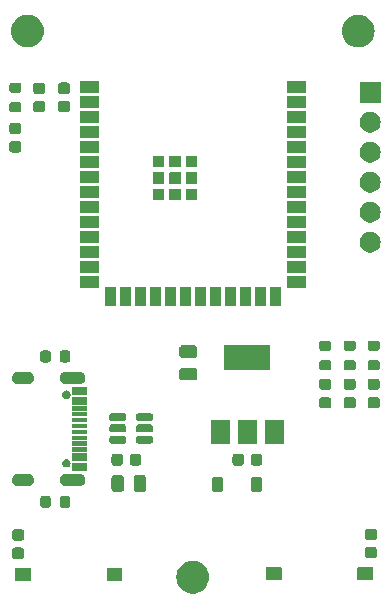
<source format=gbr>
%TF.GenerationSoftware,KiCad,Pcbnew,7.0.5-7.0.5~ubuntu20.04.1*%
%TF.CreationDate,2023-06-26T22:11:11+02:00*%
%TF.ProjectId,ESP32_UniBoard,45535033-325f-4556-9e69-426f6172642e,rev?*%
%TF.SameCoordinates,Original*%
%TF.FileFunction,Soldermask,Top*%
%TF.FilePolarity,Negative*%
%FSLAX46Y46*%
G04 Gerber Fmt 4.6, Leading zero omitted, Abs format (unit mm)*
G04 Created by KiCad (PCBNEW 7.0.5-7.0.5~ubuntu20.04.1) date 2023-06-26 22:11:11*
%MOMM*%
%LPD*%
G01*
G04 APERTURE LIST*
G04 APERTURE END LIST*
G36*
X121458525Y-92205734D02*
G01*
X121675657Y-92280275D01*
X121877558Y-92389539D01*
X122058721Y-92530544D01*
X122214205Y-92699444D01*
X122339769Y-92891633D01*
X122431986Y-93101868D01*
X122488342Y-93324414D01*
X122507300Y-93553200D01*
X122488342Y-93781986D01*
X122431986Y-94004532D01*
X122339769Y-94214767D01*
X122214205Y-94406956D01*
X122058721Y-94575856D01*
X121877558Y-94716861D01*
X121675657Y-94826125D01*
X121458525Y-94900666D01*
X121232085Y-94938452D01*
X121002515Y-94938452D01*
X120776075Y-94900666D01*
X120558943Y-94826125D01*
X120357042Y-94716861D01*
X120175879Y-94575856D01*
X120020395Y-94406956D01*
X119894831Y-94214767D01*
X119802614Y-94004532D01*
X119746258Y-93781986D01*
X119727300Y-93553200D01*
X119746258Y-93324414D01*
X119802614Y-93101868D01*
X119894831Y-92891633D01*
X120020395Y-92699444D01*
X120175879Y-92530544D01*
X120357042Y-92389539D01*
X120558943Y-92280275D01*
X120776075Y-92205734D01*
X121002515Y-92167948D01*
X121232085Y-92167948D01*
X121458525Y-92205734D01*
G37*
G36*
X107382607Y-92766245D02*
G01*
X107395584Y-92774916D01*
X107404255Y-92787893D01*
X107407300Y-92803200D01*
X107407300Y-93803200D01*
X107404255Y-93818507D01*
X107395584Y-93831484D01*
X107382607Y-93840155D01*
X107367300Y-93843200D01*
X106117300Y-93843200D01*
X106101993Y-93840155D01*
X106089016Y-93831484D01*
X106080345Y-93818507D01*
X106077300Y-93803200D01*
X106077300Y-92803200D01*
X106080345Y-92787893D01*
X106089016Y-92774916D01*
X106101993Y-92766245D01*
X106117300Y-92763200D01*
X107367300Y-92763200D01*
X107382607Y-92766245D01*
G37*
G36*
X115132607Y-92766245D02*
G01*
X115145584Y-92774916D01*
X115154255Y-92787893D01*
X115157300Y-92803200D01*
X115157300Y-93803200D01*
X115154255Y-93818507D01*
X115145584Y-93831484D01*
X115132607Y-93840155D01*
X115117300Y-93843200D01*
X113867300Y-93843200D01*
X113851993Y-93840155D01*
X113839016Y-93831484D01*
X113830345Y-93818507D01*
X113827300Y-93803200D01*
X113827300Y-92803200D01*
X113830345Y-92787893D01*
X113839016Y-92774916D01*
X113851993Y-92766245D01*
X113867300Y-92763200D01*
X115117300Y-92763200D01*
X115132607Y-92766245D01*
G37*
G36*
X128607607Y-92716245D02*
G01*
X128620584Y-92724916D01*
X128629255Y-92737893D01*
X128632300Y-92753200D01*
X128632300Y-93753200D01*
X128629255Y-93768507D01*
X128620584Y-93781484D01*
X128607607Y-93790155D01*
X128592300Y-93793200D01*
X127342300Y-93793200D01*
X127326993Y-93790155D01*
X127314016Y-93781484D01*
X127305345Y-93768507D01*
X127302300Y-93753200D01*
X127302300Y-92753200D01*
X127305345Y-92737893D01*
X127314016Y-92724916D01*
X127326993Y-92716245D01*
X127342300Y-92713200D01*
X128592300Y-92713200D01*
X128607607Y-92716245D01*
G37*
G36*
X136357607Y-92716245D02*
G01*
X136370584Y-92724916D01*
X136379255Y-92737893D01*
X136382300Y-92753200D01*
X136382300Y-93753200D01*
X136379255Y-93768507D01*
X136370584Y-93781484D01*
X136357607Y-93790155D01*
X136342300Y-93793200D01*
X135092300Y-93793200D01*
X135076993Y-93790155D01*
X135064016Y-93781484D01*
X135055345Y-93768507D01*
X135052300Y-93753200D01*
X135052300Y-92753200D01*
X135055345Y-92737893D01*
X135064016Y-92724916D01*
X135076993Y-92716245D01*
X135092300Y-92713200D01*
X136342300Y-92713200D01*
X136357607Y-92716245D01*
G37*
G36*
X106573708Y-91039474D02*
G01*
X106634671Y-91047500D01*
X106650007Y-91054651D01*
X106668711Y-91058372D01*
X106693485Y-91074925D01*
X106718853Y-91086755D01*
X106734286Y-91102188D01*
X106754683Y-91115817D01*
X106768311Y-91136213D01*
X106783744Y-91151646D01*
X106795572Y-91177012D01*
X106812128Y-91201789D01*
X106815848Y-91220494D01*
X106822999Y-91235828D01*
X106831022Y-91296778D01*
X106832300Y-91303200D01*
X106832300Y-91753200D01*
X106831022Y-91759623D01*
X106822999Y-91820571D01*
X106815849Y-91835903D01*
X106812128Y-91854611D01*
X106795570Y-91879390D01*
X106783744Y-91904753D01*
X106768313Y-91920183D01*
X106754683Y-91940583D01*
X106734283Y-91954213D01*
X106718853Y-91969644D01*
X106693490Y-91981470D01*
X106668711Y-91998028D01*
X106650003Y-92001749D01*
X106634671Y-92008899D01*
X106573723Y-92016922D01*
X106567300Y-92018200D01*
X106067300Y-92018200D01*
X106060878Y-92016922D01*
X105999928Y-92008899D01*
X105984594Y-92001748D01*
X105965889Y-91998028D01*
X105941112Y-91981472D01*
X105915746Y-91969644D01*
X105900313Y-91954211D01*
X105879917Y-91940583D01*
X105866288Y-91920186D01*
X105850855Y-91904753D01*
X105839025Y-91879385D01*
X105822472Y-91854611D01*
X105818751Y-91835907D01*
X105811600Y-91820571D01*
X105803574Y-91759608D01*
X105802300Y-91753200D01*
X105802300Y-91303200D01*
X105803574Y-91296793D01*
X105811600Y-91235828D01*
X105818752Y-91220490D01*
X105822472Y-91201789D01*
X105839024Y-91177016D01*
X105850855Y-91151646D01*
X105866290Y-91136210D01*
X105879917Y-91115817D01*
X105900310Y-91102190D01*
X105915746Y-91086755D01*
X105941116Y-91074924D01*
X105965889Y-91058372D01*
X105984590Y-91054652D01*
X105999928Y-91047500D01*
X106060893Y-91039474D01*
X106067300Y-91038200D01*
X106567300Y-91038200D01*
X106573708Y-91039474D01*
G37*
G36*
X136448708Y-90989474D02*
G01*
X136509671Y-90997500D01*
X136525007Y-91004651D01*
X136543711Y-91008372D01*
X136568485Y-91024925D01*
X136593853Y-91036755D01*
X136609286Y-91052188D01*
X136629683Y-91065817D01*
X136643311Y-91086213D01*
X136658744Y-91101646D01*
X136670572Y-91127012D01*
X136687128Y-91151789D01*
X136690848Y-91170494D01*
X136697999Y-91185828D01*
X136706022Y-91246778D01*
X136707300Y-91253200D01*
X136707300Y-91703200D01*
X136706022Y-91709623D01*
X136697999Y-91770571D01*
X136690849Y-91785903D01*
X136687128Y-91804611D01*
X136670570Y-91829390D01*
X136658744Y-91854753D01*
X136643313Y-91870183D01*
X136629683Y-91890583D01*
X136609283Y-91904213D01*
X136593853Y-91919644D01*
X136568490Y-91931470D01*
X136543711Y-91948028D01*
X136525003Y-91951749D01*
X136509671Y-91958899D01*
X136448723Y-91966922D01*
X136442300Y-91968200D01*
X135942300Y-91968200D01*
X135935878Y-91966922D01*
X135874928Y-91958899D01*
X135859594Y-91951748D01*
X135840889Y-91948028D01*
X135816112Y-91931472D01*
X135790746Y-91919644D01*
X135775313Y-91904211D01*
X135754917Y-91890583D01*
X135741288Y-91870186D01*
X135725855Y-91854753D01*
X135714025Y-91829385D01*
X135697472Y-91804611D01*
X135693751Y-91785907D01*
X135686600Y-91770571D01*
X135678574Y-91709608D01*
X135677300Y-91703200D01*
X135677300Y-91253200D01*
X135678574Y-91246793D01*
X135686600Y-91185828D01*
X135693752Y-91170490D01*
X135697472Y-91151789D01*
X135714024Y-91127016D01*
X135725855Y-91101646D01*
X135741290Y-91086210D01*
X135754917Y-91065817D01*
X135775310Y-91052190D01*
X135790746Y-91036755D01*
X135816116Y-91024924D01*
X135840889Y-91008372D01*
X135859590Y-91004652D01*
X135874928Y-90997500D01*
X135935893Y-90989474D01*
X135942300Y-90988200D01*
X136442300Y-90988200D01*
X136448708Y-90989474D01*
G37*
G36*
X106573708Y-89489474D02*
G01*
X106634671Y-89497500D01*
X106650007Y-89504651D01*
X106668711Y-89508372D01*
X106693485Y-89524925D01*
X106718853Y-89536755D01*
X106734286Y-89552188D01*
X106754683Y-89565817D01*
X106768311Y-89586213D01*
X106783744Y-89601646D01*
X106795572Y-89627012D01*
X106812128Y-89651789D01*
X106815848Y-89670494D01*
X106822999Y-89685828D01*
X106831022Y-89746778D01*
X106832300Y-89753200D01*
X106832300Y-90203200D01*
X106831022Y-90209623D01*
X106822999Y-90270571D01*
X106815849Y-90285903D01*
X106812128Y-90304611D01*
X106795570Y-90329390D01*
X106783744Y-90354753D01*
X106768313Y-90370183D01*
X106754683Y-90390583D01*
X106734283Y-90404213D01*
X106718853Y-90419644D01*
X106693490Y-90431470D01*
X106668711Y-90448028D01*
X106650003Y-90451749D01*
X106634671Y-90458899D01*
X106573723Y-90466922D01*
X106567300Y-90468200D01*
X106067300Y-90468200D01*
X106060878Y-90466922D01*
X105999928Y-90458899D01*
X105984594Y-90451748D01*
X105965889Y-90448028D01*
X105941112Y-90431472D01*
X105915746Y-90419644D01*
X105900313Y-90404211D01*
X105879917Y-90390583D01*
X105866288Y-90370186D01*
X105850855Y-90354753D01*
X105839025Y-90329385D01*
X105822472Y-90304611D01*
X105818751Y-90285907D01*
X105811600Y-90270571D01*
X105803574Y-90209608D01*
X105802300Y-90203200D01*
X105802300Y-89753200D01*
X105803574Y-89746793D01*
X105811600Y-89685828D01*
X105818752Y-89670490D01*
X105822472Y-89651789D01*
X105839024Y-89627016D01*
X105850855Y-89601646D01*
X105866290Y-89586210D01*
X105879917Y-89565817D01*
X105900310Y-89552190D01*
X105915746Y-89536755D01*
X105941116Y-89524924D01*
X105965889Y-89508372D01*
X105984590Y-89504652D01*
X105999928Y-89497500D01*
X106060893Y-89489474D01*
X106067300Y-89488200D01*
X106567300Y-89488200D01*
X106573708Y-89489474D01*
G37*
G36*
X136448708Y-89439474D02*
G01*
X136509671Y-89447500D01*
X136525007Y-89454651D01*
X136543711Y-89458372D01*
X136568485Y-89474925D01*
X136593853Y-89486755D01*
X136609286Y-89502188D01*
X136629683Y-89515817D01*
X136643311Y-89536213D01*
X136658744Y-89551646D01*
X136670572Y-89577012D01*
X136687128Y-89601789D01*
X136690848Y-89620494D01*
X136697999Y-89635828D01*
X136706022Y-89696778D01*
X136707300Y-89703200D01*
X136707300Y-90153200D01*
X136706022Y-90159623D01*
X136697999Y-90220571D01*
X136690849Y-90235903D01*
X136687128Y-90254611D01*
X136670570Y-90279390D01*
X136658744Y-90304753D01*
X136643313Y-90320183D01*
X136629683Y-90340583D01*
X136609283Y-90354213D01*
X136593853Y-90369644D01*
X136568490Y-90381470D01*
X136543711Y-90398028D01*
X136525003Y-90401749D01*
X136509671Y-90408899D01*
X136448723Y-90416922D01*
X136442300Y-90418200D01*
X135942300Y-90418200D01*
X135935878Y-90416922D01*
X135874928Y-90408899D01*
X135859594Y-90401748D01*
X135840889Y-90398028D01*
X135816112Y-90381472D01*
X135790746Y-90369644D01*
X135775313Y-90354211D01*
X135754917Y-90340583D01*
X135741288Y-90320186D01*
X135725855Y-90304753D01*
X135714025Y-90279385D01*
X135697472Y-90254611D01*
X135693751Y-90235907D01*
X135686600Y-90220571D01*
X135678574Y-90159608D01*
X135677300Y-90153200D01*
X135677300Y-89703200D01*
X135678574Y-89696793D01*
X135686600Y-89635828D01*
X135693752Y-89620490D01*
X135697472Y-89601789D01*
X135714024Y-89577016D01*
X135725855Y-89551646D01*
X135741290Y-89536210D01*
X135754917Y-89515817D01*
X135775310Y-89502190D01*
X135790746Y-89486755D01*
X135816116Y-89474924D01*
X135840889Y-89458372D01*
X135859590Y-89454652D01*
X135874928Y-89447500D01*
X135935893Y-89439474D01*
X135942300Y-89438200D01*
X136442300Y-89438200D01*
X136448708Y-89439474D01*
G37*
G36*
X108844147Y-86668605D02*
G01*
X108893218Y-86674298D01*
X108909983Y-86681700D01*
X108931944Y-86686069D01*
X108955454Y-86701778D01*
X108975242Y-86710515D01*
X108988756Y-86724029D01*
X109009806Y-86738094D01*
X109023870Y-86759143D01*
X109037384Y-86772657D01*
X109046120Y-86792443D01*
X109061831Y-86815956D01*
X109066199Y-86837918D01*
X109073601Y-86854681D01*
X109079292Y-86903742D01*
X109080100Y-86907800D01*
X109080100Y-87457800D01*
X109079292Y-87461859D01*
X109073601Y-87510918D01*
X109066199Y-87527679D01*
X109061831Y-87549644D01*
X109046119Y-87573158D01*
X109037384Y-87592942D01*
X109023872Y-87606453D01*
X109009806Y-87627506D01*
X108988753Y-87641572D01*
X108975242Y-87655084D01*
X108955458Y-87663819D01*
X108931944Y-87679531D01*
X108909979Y-87683899D01*
X108893218Y-87691301D01*
X108844159Y-87696992D01*
X108840100Y-87697800D01*
X108440100Y-87697800D01*
X108436042Y-87696992D01*
X108386981Y-87691301D01*
X108370218Y-87683899D01*
X108348256Y-87679531D01*
X108324743Y-87663820D01*
X108304957Y-87655084D01*
X108291443Y-87641570D01*
X108270394Y-87627506D01*
X108256329Y-87606456D01*
X108242815Y-87592942D01*
X108234078Y-87573154D01*
X108218369Y-87549644D01*
X108214000Y-87527683D01*
X108206598Y-87510918D01*
X108200905Y-87461847D01*
X108200100Y-87457800D01*
X108200100Y-86907800D01*
X108200904Y-86903754D01*
X108206598Y-86854681D01*
X108214001Y-86837914D01*
X108218369Y-86815956D01*
X108234076Y-86792447D01*
X108242815Y-86772657D01*
X108256331Y-86759140D01*
X108270394Y-86738094D01*
X108291440Y-86724031D01*
X108304957Y-86710515D01*
X108324747Y-86701776D01*
X108348256Y-86686069D01*
X108370214Y-86681701D01*
X108386981Y-86674298D01*
X108436054Y-86668604D01*
X108440100Y-86667800D01*
X108840100Y-86667800D01*
X108844147Y-86668605D01*
G37*
G36*
X110494147Y-86668605D02*
G01*
X110543218Y-86674298D01*
X110559983Y-86681700D01*
X110581944Y-86686069D01*
X110605454Y-86701778D01*
X110625242Y-86710515D01*
X110638756Y-86724029D01*
X110659806Y-86738094D01*
X110673870Y-86759143D01*
X110687384Y-86772657D01*
X110696120Y-86792443D01*
X110711831Y-86815956D01*
X110716199Y-86837918D01*
X110723601Y-86854681D01*
X110729292Y-86903742D01*
X110730100Y-86907800D01*
X110730100Y-87457800D01*
X110729292Y-87461859D01*
X110723601Y-87510918D01*
X110716199Y-87527679D01*
X110711831Y-87549644D01*
X110696119Y-87573158D01*
X110687384Y-87592942D01*
X110673872Y-87606453D01*
X110659806Y-87627506D01*
X110638753Y-87641572D01*
X110625242Y-87655084D01*
X110605458Y-87663819D01*
X110581944Y-87679531D01*
X110559979Y-87683899D01*
X110543218Y-87691301D01*
X110494159Y-87696992D01*
X110490100Y-87697800D01*
X110090100Y-87697800D01*
X110086042Y-87696992D01*
X110036981Y-87691301D01*
X110020218Y-87683899D01*
X109998256Y-87679531D01*
X109974743Y-87663820D01*
X109954957Y-87655084D01*
X109941443Y-87641570D01*
X109920394Y-87627506D01*
X109906329Y-87606456D01*
X109892815Y-87592942D01*
X109884078Y-87573154D01*
X109868369Y-87549644D01*
X109864000Y-87527683D01*
X109856598Y-87510918D01*
X109850905Y-87461847D01*
X109850100Y-87457800D01*
X109850100Y-86907800D01*
X109850904Y-86903754D01*
X109856598Y-86854681D01*
X109864001Y-86837914D01*
X109868369Y-86815956D01*
X109884076Y-86792447D01*
X109892815Y-86772657D01*
X109906331Y-86759140D01*
X109920394Y-86738094D01*
X109941440Y-86724031D01*
X109954957Y-86710515D01*
X109974747Y-86701776D01*
X109998256Y-86686069D01*
X110020214Y-86681701D01*
X110036981Y-86674298D01*
X110086054Y-86668604D01*
X110090100Y-86667800D01*
X110490100Y-86667800D01*
X110494147Y-86668605D01*
G37*
G36*
X115061515Y-84870737D02*
G01*
X115066182Y-84872797D01*
X115068774Y-84873139D01*
X115101209Y-84888263D01*
X115156907Y-84912857D01*
X115230643Y-84986593D01*
X115255245Y-85042312D01*
X115270360Y-85074725D01*
X115270700Y-85077314D01*
X115272763Y-85081985D01*
X115280300Y-85146950D01*
X115280300Y-86059450D01*
X115272763Y-86124415D01*
X115270700Y-86129085D01*
X115270360Y-86131674D01*
X115255253Y-86164068D01*
X115230643Y-86219807D01*
X115156907Y-86293543D01*
X115101168Y-86318153D01*
X115068774Y-86333260D01*
X115066185Y-86333600D01*
X115061515Y-86335663D01*
X114996550Y-86343200D01*
X114509050Y-86343200D01*
X114444085Y-86335663D01*
X114439414Y-86333600D01*
X114436825Y-86333260D01*
X114404412Y-86318145D01*
X114348693Y-86293543D01*
X114274957Y-86219807D01*
X114250363Y-86164109D01*
X114235239Y-86131674D01*
X114234897Y-86129082D01*
X114232837Y-86124415D01*
X114225300Y-86059450D01*
X114225300Y-85146950D01*
X114232837Y-85081985D01*
X114234897Y-85077318D01*
X114235239Y-85074725D01*
X114250372Y-85042271D01*
X114274957Y-84986593D01*
X114348693Y-84912857D01*
X114404371Y-84888272D01*
X114436825Y-84873139D01*
X114439418Y-84872797D01*
X114444085Y-84870737D01*
X114509050Y-84863200D01*
X114996550Y-84863200D01*
X115061515Y-84870737D01*
G37*
G36*
X116936515Y-84870737D02*
G01*
X116941182Y-84872797D01*
X116943774Y-84873139D01*
X116976209Y-84888263D01*
X117031907Y-84912857D01*
X117105643Y-84986593D01*
X117130245Y-85042312D01*
X117145360Y-85074725D01*
X117145700Y-85077314D01*
X117147763Y-85081985D01*
X117155300Y-85146950D01*
X117155300Y-86059450D01*
X117147763Y-86124415D01*
X117145700Y-86129085D01*
X117145360Y-86131674D01*
X117130253Y-86164068D01*
X117105643Y-86219807D01*
X117031907Y-86293543D01*
X116976168Y-86318153D01*
X116943774Y-86333260D01*
X116941185Y-86333600D01*
X116936515Y-86335663D01*
X116871550Y-86343200D01*
X116384050Y-86343200D01*
X116319085Y-86335663D01*
X116314414Y-86333600D01*
X116311825Y-86333260D01*
X116279412Y-86318145D01*
X116223693Y-86293543D01*
X116149957Y-86219807D01*
X116125363Y-86164109D01*
X116110239Y-86131674D01*
X116109897Y-86129082D01*
X116107837Y-86124415D01*
X116100300Y-86059450D01*
X116100300Y-85146950D01*
X116107837Y-85081985D01*
X116109897Y-85077318D01*
X116110239Y-85074725D01*
X116125372Y-85042271D01*
X116149957Y-84986593D01*
X116223693Y-84912857D01*
X116279371Y-84888272D01*
X116311825Y-84873139D01*
X116314418Y-84872797D01*
X116319085Y-84870737D01*
X116384050Y-84863200D01*
X116871550Y-84863200D01*
X116936515Y-84870737D01*
G37*
G36*
X123431408Y-85061274D02*
G01*
X123492371Y-85069300D01*
X123507707Y-85076451D01*
X123526411Y-85080172D01*
X123551185Y-85096725D01*
X123576553Y-85108555D01*
X123591986Y-85123988D01*
X123612383Y-85137617D01*
X123626011Y-85158013D01*
X123641444Y-85173446D01*
X123653272Y-85198812D01*
X123669828Y-85223589D01*
X123673548Y-85242294D01*
X123680699Y-85257628D01*
X123688722Y-85318578D01*
X123690000Y-85325000D01*
X123690000Y-86075000D01*
X123688722Y-86081423D01*
X123680699Y-86142371D01*
X123673549Y-86157703D01*
X123669828Y-86176411D01*
X123653270Y-86201190D01*
X123641444Y-86226553D01*
X123626013Y-86241983D01*
X123612383Y-86262383D01*
X123591983Y-86276013D01*
X123576553Y-86291444D01*
X123551190Y-86303270D01*
X123526411Y-86319828D01*
X123507703Y-86323549D01*
X123492371Y-86330699D01*
X123431423Y-86338722D01*
X123425000Y-86340000D01*
X122975000Y-86340000D01*
X122968578Y-86338722D01*
X122907628Y-86330699D01*
X122892294Y-86323548D01*
X122873589Y-86319828D01*
X122848812Y-86303272D01*
X122823446Y-86291444D01*
X122808013Y-86276011D01*
X122787617Y-86262383D01*
X122773988Y-86241986D01*
X122758555Y-86226553D01*
X122746725Y-86201185D01*
X122730172Y-86176411D01*
X122726451Y-86157707D01*
X122719300Y-86142371D01*
X122711274Y-86081408D01*
X122710000Y-86075000D01*
X122710000Y-85325000D01*
X122711274Y-85318593D01*
X122719300Y-85257628D01*
X122726452Y-85242290D01*
X122730172Y-85223589D01*
X122746724Y-85198816D01*
X122758555Y-85173446D01*
X122773990Y-85158010D01*
X122787617Y-85137617D01*
X122808010Y-85123990D01*
X122823446Y-85108555D01*
X122848816Y-85096724D01*
X122873589Y-85080172D01*
X122892290Y-85076452D01*
X122907628Y-85069300D01*
X122968593Y-85061274D01*
X122975000Y-85060000D01*
X123425000Y-85060000D01*
X123431408Y-85061274D01*
G37*
G36*
X126731408Y-85061274D02*
G01*
X126792371Y-85069300D01*
X126807707Y-85076451D01*
X126826411Y-85080172D01*
X126851185Y-85096725D01*
X126876553Y-85108555D01*
X126891986Y-85123988D01*
X126912383Y-85137617D01*
X126926011Y-85158013D01*
X126941444Y-85173446D01*
X126953272Y-85198812D01*
X126969828Y-85223589D01*
X126973548Y-85242294D01*
X126980699Y-85257628D01*
X126988722Y-85318578D01*
X126990000Y-85325000D01*
X126990000Y-86075000D01*
X126988722Y-86081423D01*
X126980699Y-86142371D01*
X126973549Y-86157703D01*
X126969828Y-86176411D01*
X126953270Y-86201190D01*
X126941444Y-86226553D01*
X126926013Y-86241983D01*
X126912383Y-86262383D01*
X126891983Y-86276013D01*
X126876553Y-86291444D01*
X126851190Y-86303270D01*
X126826411Y-86319828D01*
X126807703Y-86323549D01*
X126792371Y-86330699D01*
X126731423Y-86338722D01*
X126725000Y-86340000D01*
X126275000Y-86340000D01*
X126268578Y-86338722D01*
X126207628Y-86330699D01*
X126192294Y-86323548D01*
X126173589Y-86319828D01*
X126148812Y-86303272D01*
X126123446Y-86291444D01*
X126108013Y-86276011D01*
X126087617Y-86262383D01*
X126073988Y-86241986D01*
X126058555Y-86226553D01*
X126046725Y-86201185D01*
X126030172Y-86176411D01*
X126026451Y-86157707D01*
X126019300Y-86142371D01*
X126011274Y-86081408D01*
X126010000Y-86075000D01*
X126010000Y-85325000D01*
X126011274Y-85318593D01*
X126019300Y-85257628D01*
X126026452Y-85242290D01*
X126030172Y-85223589D01*
X126046724Y-85198816D01*
X126058555Y-85173446D01*
X126073990Y-85158010D01*
X126087617Y-85137617D01*
X126108010Y-85123990D01*
X126123446Y-85108555D01*
X126148816Y-85096724D01*
X126173589Y-85080172D01*
X126192290Y-85076452D01*
X126207628Y-85069300D01*
X126268593Y-85061274D01*
X126275000Y-85060000D01*
X126725000Y-85060000D01*
X126731408Y-85061274D01*
G37*
G36*
X107203030Y-84788230D02*
G01*
X107237240Y-84797815D01*
X107269149Y-84802016D01*
X107304509Y-84816662D01*
X107344637Y-84827906D01*
X107372374Y-84844773D01*
X107399284Y-84855920D01*
X107432057Y-84881068D01*
X107470287Y-84904316D01*
X107490346Y-84925794D01*
X107511032Y-84941667D01*
X107538026Y-84976846D01*
X107570664Y-85011793D01*
X107582772Y-85035161D01*
X107596779Y-85053415D01*
X107614903Y-85097171D01*
X107638321Y-85142365D01*
X107643050Y-85165122D01*
X107650683Y-85183550D01*
X107657259Y-85233500D01*
X107668241Y-85286349D01*
X107666864Y-85306465D01*
X107669068Y-85323199D01*
X107662099Y-85376129D01*
X107658205Y-85433066D01*
X107652485Y-85449160D01*
X107650683Y-85462849D01*
X107629112Y-85514924D01*
X107608958Y-85571635D01*
X107600885Y-85583070D01*
X107596780Y-85592983D01*
X107560684Y-85640023D01*
X107524151Y-85691779D01*
X107515685Y-85698666D01*
X107511030Y-85704733D01*
X107461719Y-85742570D01*
X107410075Y-85784586D01*
X107402905Y-85787700D01*
X107399284Y-85790479D01*
X107339433Y-85815270D01*
X107275190Y-85843175D01*
X107270513Y-85843817D01*
X107269149Y-85844383D01*
X107203943Y-85852967D01*
X107129500Y-85863200D01*
X107126225Y-85863200D01*
X106332775Y-85863200D01*
X106329500Y-85863200D01*
X106255970Y-85858170D01*
X106221754Y-85848583D01*
X106189850Y-85844383D01*
X106154494Y-85829738D01*
X106114363Y-85818494D01*
X106086622Y-85801624D01*
X106059715Y-85790479D01*
X106026943Y-85765332D01*
X105988713Y-85742084D01*
X105968652Y-85720604D01*
X105947967Y-85704732D01*
X105920972Y-85669552D01*
X105888336Y-85634607D01*
X105876228Y-85611239D01*
X105862220Y-85592984D01*
X105844093Y-85549222D01*
X105820679Y-85504035D01*
X105815950Y-85481280D01*
X105808316Y-85462849D01*
X105801738Y-85412887D01*
X105790759Y-85360051D01*
X105792134Y-85339939D01*
X105789931Y-85323200D01*
X105796901Y-85270252D01*
X105800795Y-85213334D01*
X105806513Y-85197244D01*
X105808316Y-85183550D01*
X105829895Y-85131451D01*
X105850042Y-85074765D01*
X105858110Y-85063334D01*
X105862219Y-85053416D01*
X105898336Y-85006348D01*
X105934849Y-84954621D01*
X105943310Y-84947737D01*
X105947969Y-84941666D01*
X105997318Y-84903798D01*
X106048925Y-84861814D01*
X106056089Y-84858702D01*
X106059715Y-84855920D01*
X106119637Y-84831099D01*
X106183810Y-84803225D01*
X106188481Y-84802582D01*
X106189850Y-84802016D01*
X106255162Y-84793417D01*
X106329500Y-84783200D01*
X107129500Y-84783200D01*
X107203030Y-84788230D01*
G37*
G36*
X111553030Y-84788230D02*
G01*
X111587240Y-84797815D01*
X111619149Y-84802016D01*
X111654509Y-84816662D01*
X111694637Y-84827906D01*
X111722374Y-84844773D01*
X111749284Y-84855920D01*
X111782057Y-84881068D01*
X111820287Y-84904316D01*
X111840346Y-84925794D01*
X111861032Y-84941667D01*
X111888026Y-84976846D01*
X111920664Y-85011793D01*
X111932772Y-85035161D01*
X111946779Y-85053415D01*
X111964903Y-85097171D01*
X111988321Y-85142365D01*
X111993050Y-85165122D01*
X112000683Y-85183550D01*
X112007258Y-85233500D01*
X112018241Y-85286349D01*
X112016864Y-85306465D01*
X112019068Y-85323200D01*
X112012099Y-85376130D01*
X112008205Y-85433066D01*
X112002485Y-85449160D01*
X112000683Y-85462849D01*
X111979112Y-85514924D01*
X111958958Y-85571635D01*
X111950885Y-85583070D01*
X111946780Y-85592983D01*
X111910684Y-85640023D01*
X111874151Y-85691779D01*
X111865685Y-85698666D01*
X111861030Y-85704733D01*
X111811719Y-85742570D01*
X111760075Y-85784586D01*
X111752905Y-85787700D01*
X111749284Y-85790479D01*
X111689433Y-85815270D01*
X111625190Y-85843175D01*
X111620513Y-85843817D01*
X111619149Y-85844383D01*
X111553943Y-85852967D01*
X111479500Y-85863200D01*
X111476225Y-85863200D01*
X110382775Y-85863200D01*
X110379500Y-85863200D01*
X110305970Y-85858170D01*
X110271754Y-85848583D01*
X110239850Y-85844383D01*
X110204494Y-85829738D01*
X110164363Y-85818494D01*
X110136622Y-85801624D01*
X110109715Y-85790479D01*
X110076943Y-85765332D01*
X110038713Y-85742084D01*
X110018652Y-85720604D01*
X109997967Y-85704732D01*
X109970972Y-85669552D01*
X109938336Y-85634607D01*
X109926228Y-85611239D01*
X109912220Y-85592984D01*
X109894093Y-85549222D01*
X109870679Y-85504035D01*
X109865950Y-85481280D01*
X109858316Y-85462849D01*
X109851738Y-85412887D01*
X109840759Y-85360051D01*
X109842134Y-85339939D01*
X109839931Y-85323200D01*
X109846901Y-85270252D01*
X109850795Y-85213334D01*
X109856513Y-85197244D01*
X109858316Y-85183550D01*
X109879895Y-85131451D01*
X109900042Y-85074765D01*
X109908110Y-85063334D01*
X109912219Y-85053416D01*
X109948336Y-85006348D01*
X109984849Y-84954621D01*
X109993310Y-84947737D01*
X109997969Y-84941666D01*
X110047318Y-84903798D01*
X110098925Y-84861814D01*
X110106089Y-84858702D01*
X110109715Y-84855920D01*
X110169637Y-84831099D01*
X110233810Y-84803225D01*
X110238481Y-84802582D01*
X110239850Y-84802016D01*
X110305162Y-84793417D01*
X110379500Y-84783200D01*
X111479500Y-84783200D01*
X111553030Y-84788230D01*
G37*
G36*
X112164807Y-83866245D02*
G01*
X112177784Y-83874916D01*
X112186455Y-83887893D01*
X112189500Y-83903200D01*
X112189500Y-84503200D01*
X112186455Y-84518507D01*
X112177784Y-84531484D01*
X112164807Y-84540155D01*
X112149500Y-84543200D01*
X110909500Y-84543200D01*
X110894193Y-84540155D01*
X110881216Y-84531484D01*
X110872545Y-84518507D01*
X110869500Y-84503200D01*
X110869500Y-83903200D01*
X110872545Y-83887893D01*
X110881216Y-83874916D01*
X110894193Y-83866245D01*
X110909500Y-83863200D01*
X112149500Y-83863200D01*
X112164807Y-83866245D01*
G37*
G36*
X110522291Y-83546064D02*
G01*
X110624042Y-83597909D01*
X110704791Y-83678658D01*
X110756636Y-83780409D01*
X110774500Y-83893200D01*
X110756636Y-84005991D01*
X110704791Y-84107742D01*
X110624042Y-84188491D01*
X110522291Y-84240336D01*
X110409500Y-84258200D01*
X110296709Y-84240336D01*
X110194958Y-84188491D01*
X110114209Y-84107742D01*
X110062364Y-84005991D01*
X110044500Y-83893200D01*
X110062364Y-83780409D01*
X110114209Y-83678658D01*
X110194958Y-83597909D01*
X110296709Y-83546064D01*
X110409500Y-83528200D01*
X110522291Y-83546064D01*
G37*
G36*
X114940308Y-83089474D02*
G01*
X115001271Y-83097500D01*
X115016607Y-83104651D01*
X115035311Y-83108372D01*
X115060085Y-83124925D01*
X115085453Y-83136755D01*
X115100886Y-83152188D01*
X115121283Y-83165817D01*
X115134911Y-83186213D01*
X115150344Y-83201646D01*
X115162172Y-83227012D01*
X115178728Y-83251789D01*
X115182448Y-83270494D01*
X115189599Y-83285828D01*
X115197622Y-83346778D01*
X115198900Y-83353200D01*
X115198900Y-83853200D01*
X115197622Y-83859623D01*
X115189599Y-83920571D01*
X115182449Y-83935903D01*
X115178728Y-83954611D01*
X115162170Y-83979390D01*
X115150344Y-84004753D01*
X115134913Y-84020183D01*
X115121283Y-84040583D01*
X115100883Y-84054213D01*
X115085453Y-84069644D01*
X115060090Y-84081470D01*
X115035311Y-84098028D01*
X115016603Y-84101749D01*
X115001271Y-84108899D01*
X114940323Y-84116922D01*
X114933900Y-84118200D01*
X114483900Y-84118200D01*
X114477478Y-84116922D01*
X114416528Y-84108899D01*
X114401194Y-84101748D01*
X114382489Y-84098028D01*
X114357712Y-84081472D01*
X114332346Y-84069644D01*
X114316913Y-84054211D01*
X114296517Y-84040583D01*
X114282888Y-84020186D01*
X114267455Y-84004753D01*
X114255625Y-83979385D01*
X114239072Y-83954611D01*
X114235351Y-83935907D01*
X114228200Y-83920571D01*
X114220174Y-83859608D01*
X114218900Y-83853200D01*
X114218900Y-83353200D01*
X114220174Y-83346793D01*
X114228200Y-83285828D01*
X114235352Y-83270490D01*
X114239072Y-83251789D01*
X114255624Y-83227016D01*
X114267455Y-83201646D01*
X114282890Y-83186210D01*
X114296517Y-83165817D01*
X114316910Y-83152190D01*
X114332346Y-83136755D01*
X114357716Y-83124924D01*
X114382489Y-83108372D01*
X114401190Y-83104652D01*
X114416528Y-83097500D01*
X114477493Y-83089474D01*
X114483900Y-83088200D01*
X114933900Y-83088200D01*
X114940308Y-83089474D01*
G37*
G36*
X116490308Y-83089474D02*
G01*
X116551271Y-83097500D01*
X116566607Y-83104651D01*
X116585311Y-83108372D01*
X116610085Y-83124925D01*
X116635453Y-83136755D01*
X116650886Y-83152188D01*
X116671283Y-83165817D01*
X116684911Y-83186213D01*
X116700344Y-83201646D01*
X116712172Y-83227012D01*
X116728728Y-83251789D01*
X116732448Y-83270494D01*
X116739599Y-83285828D01*
X116747622Y-83346778D01*
X116748900Y-83353200D01*
X116748900Y-83853200D01*
X116747622Y-83859623D01*
X116739599Y-83920571D01*
X116732449Y-83935903D01*
X116728728Y-83954611D01*
X116712170Y-83979390D01*
X116700344Y-84004753D01*
X116684913Y-84020183D01*
X116671283Y-84040583D01*
X116650883Y-84054213D01*
X116635453Y-84069644D01*
X116610090Y-84081470D01*
X116585311Y-84098028D01*
X116566603Y-84101749D01*
X116551271Y-84108899D01*
X116490323Y-84116922D01*
X116483900Y-84118200D01*
X116033900Y-84118200D01*
X116027478Y-84116922D01*
X115966528Y-84108899D01*
X115951194Y-84101748D01*
X115932489Y-84098028D01*
X115907712Y-84081472D01*
X115882346Y-84069644D01*
X115866913Y-84054211D01*
X115846517Y-84040583D01*
X115832888Y-84020186D01*
X115817455Y-84004753D01*
X115805625Y-83979385D01*
X115789072Y-83954611D01*
X115785351Y-83935907D01*
X115778200Y-83920571D01*
X115770174Y-83859608D01*
X115768900Y-83853200D01*
X115768900Y-83353200D01*
X115770174Y-83346793D01*
X115778200Y-83285828D01*
X115785352Y-83270490D01*
X115789072Y-83251789D01*
X115805624Y-83227016D01*
X115817455Y-83201646D01*
X115832890Y-83186210D01*
X115846517Y-83165817D01*
X115866910Y-83152190D01*
X115882346Y-83136755D01*
X115907716Y-83124924D01*
X115932489Y-83108372D01*
X115951190Y-83104652D01*
X115966528Y-83097500D01*
X116027493Y-83089474D01*
X116033900Y-83088200D01*
X116483900Y-83088200D01*
X116490308Y-83089474D01*
G37*
G36*
X125186208Y-83089474D02*
G01*
X125247171Y-83097500D01*
X125262507Y-83104651D01*
X125281211Y-83108372D01*
X125305985Y-83124925D01*
X125331353Y-83136755D01*
X125346786Y-83152188D01*
X125367183Y-83165817D01*
X125380811Y-83186213D01*
X125396244Y-83201646D01*
X125408072Y-83227012D01*
X125424628Y-83251789D01*
X125428348Y-83270494D01*
X125435499Y-83285828D01*
X125443522Y-83346778D01*
X125444800Y-83353200D01*
X125444800Y-83853200D01*
X125443522Y-83859623D01*
X125435499Y-83920571D01*
X125428349Y-83935903D01*
X125424628Y-83954611D01*
X125408070Y-83979390D01*
X125396244Y-84004753D01*
X125380813Y-84020183D01*
X125367183Y-84040583D01*
X125346783Y-84054213D01*
X125331353Y-84069644D01*
X125305990Y-84081470D01*
X125281211Y-84098028D01*
X125262503Y-84101749D01*
X125247171Y-84108899D01*
X125186223Y-84116922D01*
X125179800Y-84118200D01*
X124729800Y-84118200D01*
X124723378Y-84116922D01*
X124662428Y-84108899D01*
X124647094Y-84101748D01*
X124628389Y-84098028D01*
X124603612Y-84081472D01*
X124578246Y-84069644D01*
X124562813Y-84054211D01*
X124542417Y-84040583D01*
X124528788Y-84020186D01*
X124513355Y-84004753D01*
X124501525Y-83979385D01*
X124484972Y-83954611D01*
X124481251Y-83935907D01*
X124474100Y-83920571D01*
X124466074Y-83859608D01*
X124464800Y-83853200D01*
X124464800Y-83353200D01*
X124466074Y-83346793D01*
X124474100Y-83285828D01*
X124481252Y-83270490D01*
X124484972Y-83251789D01*
X124501524Y-83227016D01*
X124513355Y-83201646D01*
X124528790Y-83186210D01*
X124542417Y-83165817D01*
X124562810Y-83152190D01*
X124578246Y-83136755D01*
X124603616Y-83124924D01*
X124628389Y-83108372D01*
X124647090Y-83104652D01*
X124662428Y-83097500D01*
X124723393Y-83089474D01*
X124729800Y-83088200D01*
X125179800Y-83088200D01*
X125186208Y-83089474D01*
G37*
G36*
X126736208Y-83089474D02*
G01*
X126797171Y-83097500D01*
X126812507Y-83104651D01*
X126831211Y-83108372D01*
X126855985Y-83124925D01*
X126881353Y-83136755D01*
X126896786Y-83152188D01*
X126917183Y-83165817D01*
X126930811Y-83186213D01*
X126946244Y-83201646D01*
X126958072Y-83227012D01*
X126974628Y-83251789D01*
X126978348Y-83270494D01*
X126985499Y-83285828D01*
X126993522Y-83346778D01*
X126994800Y-83353200D01*
X126994800Y-83853200D01*
X126993522Y-83859623D01*
X126985499Y-83920571D01*
X126978349Y-83935903D01*
X126974628Y-83954611D01*
X126958070Y-83979390D01*
X126946244Y-84004753D01*
X126930813Y-84020183D01*
X126917183Y-84040583D01*
X126896783Y-84054213D01*
X126881353Y-84069644D01*
X126855990Y-84081470D01*
X126831211Y-84098028D01*
X126812503Y-84101749D01*
X126797171Y-84108899D01*
X126736223Y-84116922D01*
X126729800Y-84118200D01*
X126279800Y-84118200D01*
X126273378Y-84116922D01*
X126212428Y-84108899D01*
X126197094Y-84101748D01*
X126178389Y-84098028D01*
X126153612Y-84081472D01*
X126128246Y-84069644D01*
X126112813Y-84054211D01*
X126092417Y-84040583D01*
X126078788Y-84020186D01*
X126063355Y-84004753D01*
X126051525Y-83979385D01*
X126034972Y-83954611D01*
X126031251Y-83935907D01*
X126024100Y-83920571D01*
X126016074Y-83859608D01*
X126014800Y-83853200D01*
X126014800Y-83353200D01*
X126016074Y-83346793D01*
X126024100Y-83285828D01*
X126031252Y-83270490D01*
X126034972Y-83251789D01*
X126051524Y-83227016D01*
X126063355Y-83201646D01*
X126078790Y-83186210D01*
X126092417Y-83165817D01*
X126112810Y-83152190D01*
X126128246Y-83136755D01*
X126153616Y-83124924D01*
X126178389Y-83108372D01*
X126197090Y-83104652D01*
X126212428Y-83097500D01*
X126273393Y-83089474D01*
X126279800Y-83088200D01*
X126729800Y-83088200D01*
X126736208Y-83089474D01*
G37*
G36*
X112164807Y-83066245D02*
G01*
X112177784Y-83074916D01*
X112186455Y-83087893D01*
X112189500Y-83103200D01*
X112189500Y-83703200D01*
X112186455Y-83718507D01*
X112177784Y-83731484D01*
X112164807Y-83740155D01*
X112149500Y-83743200D01*
X110909500Y-83743200D01*
X110894193Y-83740155D01*
X110881216Y-83731484D01*
X110872545Y-83718507D01*
X110869500Y-83703200D01*
X110869500Y-83103200D01*
X110872545Y-83087893D01*
X110881216Y-83074916D01*
X110894193Y-83066245D01*
X110909500Y-83063200D01*
X112149500Y-83063200D01*
X112164807Y-83066245D01*
G37*
G36*
X112164807Y-82566245D02*
G01*
X112177784Y-82574916D01*
X112186455Y-82587893D01*
X112189500Y-82603200D01*
X112189500Y-82903200D01*
X112186455Y-82918507D01*
X112177784Y-82931484D01*
X112164807Y-82940155D01*
X112149500Y-82943200D01*
X110909500Y-82943200D01*
X110894193Y-82940155D01*
X110881216Y-82931484D01*
X110872545Y-82918507D01*
X110869500Y-82903200D01*
X110869500Y-82603200D01*
X110872545Y-82587893D01*
X110881216Y-82574916D01*
X110894193Y-82566245D01*
X110909500Y-82563200D01*
X112149500Y-82563200D01*
X112164807Y-82566245D01*
G37*
G36*
X112164807Y-82066245D02*
G01*
X112177784Y-82074916D01*
X112186455Y-82087893D01*
X112189500Y-82103200D01*
X112189500Y-82403200D01*
X112186455Y-82418507D01*
X112177784Y-82431484D01*
X112164807Y-82440155D01*
X112149500Y-82443200D01*
X110909500Y-82443200D01*
X110894193Y-82440155D01*
X110881216Y-82431484D01*
X110872545Y-82418507D01*
X110869500Y-82403200D01*
X110869500Y-82103200D01*
X110872545Y-82087893D01*
X110881216Y-82074916D01*
X110894193Y-82066245D01*
X110909500Y-82063200D01*
X112149500Y-82063200D01*
X112164807Y-82066245D01*
G37*
G36*
X124195107Y-80216245D02*
G01*
X124208084Y-80224916D01*
X124216755Y-80237893D01*
X124219800Y-80253200D01*
X124219800Y-82253200D01*
X124216755Y-82268507D01*
X124208084Y-82281484D01*
X124195107Y-82290155D01*
X124179800Y-82293200D01*
X122679800Y-82293200D01*
X122664493Y-82290155D01*
X122651516Y-82281484D01*
X122642845Y-82268507D01*
X122639800Y-82253200D01*
X122639800Y-80253200D01*
X122642845Y-80237893D01*
X122651516Y-80224916D01*
X122664493Y-80216245D01*
X122679800Y-80213200D01*
X124179800Y-80213200D01*
X124195107Y-80216245D01*
G37*
G36*
X126495107Y-80216245D02*
G01*
X126508084Y-80224916D01*
X126516755Y-80237893D01*
X126519800Y-80253200D01*
X126519800Y-82253200D01*
X126516755Y-82268507D01*
X126508084Y-82281484D01*
X126495107Y-82290155D01*
X126479800Y-82293200D01*
X124979800Y-82293200D01*
X124964493Y-82290155D01*
X124951516Y-82281484D01*
X124942845Y-82268507D01*
X124939800Y-82253200D01*
X124939800Y-80253200D01*
X124942845Y-80237893D01*
X124951516Y-80224916D01*
X124964493Y-80216245D01*
X124979800Y-80213200D01*
X126479800Y-80213200D01*
X126495107Y-80216245D01*
G37*
G36*
X128795107Y-80216245D02*
G01*
X128808084Y-80224916D01*
X128816755Y-80237893D01*
X128819800Y-80253200D01*
X128819800Y-82253200D01*
X128816755Y-82268507D01*
X128808084Y-82281484D01*
X128795107Y-82290155D01*
X128779800Y-82293200D01*
X127279800Y-82293200D01*
X127264493Y-82290155D01*
X127251516Y-82281484D01*
X127242845Y-82268507D01*
X127239800Y-82253200D01*
X127239800Y-80253200D01*
X127242845Y-80237893D01*
X127251516Y-80224916D01*
X127264493Y-80216245D01*
X127279800Y-80213200D01*
X128779800Y-80213200D01*
X128795107Y-80216245D01*
G37*
G36*
X115338010Y-81577663D02*
G01*
X115399650Y-81618850D01*
X115440837Y-81680490D01*
X115455300Y-81753200D01*
X115455300Y-82053200D01*
X115440837Y-82125910D01*
X115399650Y-82187550D01*
X115338010Y-82228737D01*
X115265300Y-82243200D01*
X114240300Y-82243200D01*
X114167590Y-82228737D01*
X114105950Y-82187550D01*
X114064763Y-82125910D01*
X114050300Y-82053200D01*
X114050300Y-81753200D01*
X114064763Y-81680490D01*
X114105950Y-81618850D01*
X114167590Y-81577663D01*
X114240300Y-81563200D01*
X115265300Y-81563200D01*
X115338010Y-81577663D01*
G37*
G36*
X117613010Y-81577663D02*
G01*
X117674650Y-81618850D01*
X117715837Y-81680490D01*
X117730300Y-81753200D01*
X117730300Y-82053200D01*
X117715837Y-82125910D01*
X117674650Y-82187550D01*
X117613010Y-82228737D01*
X117540300Y-82243200D01*
X116515300Y-82243200D01*
X116442590Y-82228737D01*
X116380950Y-82187550D01*
X116339763Y-82125910D01*
X116325300Y-82053200D01*
X116325300Y-81753200D01*
X116339763Y-81680490D01*
X116380950Y-81618850D01*
X116442590Y-81577663D01*
X116515300Y-81563200D01*
X117540300Y-81563200D01*
X117613010Y-81577663D01*
G37*
G36*
X112164807Y-81566245D02*
G01*
X112177784Y-81574916D01*
X112186455Y-81587893D01*
X112189500Y-81603200D01*
X112189500Y-81903200D01*
X112186455Y-81918507D01*
X112177784Y-81931484D01*
X112164807Y-81940155D01*
X112149500Y-81943200D01*
X110909500Y-81943200D01*
X110894193Y-81940155D01*
X110881216Y-81931484D01*
X110872545Y-81918507D01*
X110869500Y-81903200D01*
X110869500Y-81603200D01*
X110872545Y-81587893D01*
X110881216Y-81574916D01*
X110894193Y-81566245D01*
X110909500Y-81563200D01*
X112149500Y-81563200D01*
X112164807Y-81566245D01*
G37*
G36*
X112164807Y-81066245D02*
G01*
X112177784Y-81074916D01*
X112186455Y-81087893D01*
X112189500Y-81103200D01*
X112189500Y-81403200D01*
X112186455Y-81418507D01*
X112177784Y-81431484D01*
X112164807Y-81440155D01*
X112149500Y-81443200D01*
X110909500Y-81443200D01*
X110894193Y-81440155D01*
X110881216Y-81431484D01*
X110872545Y-81418507D01*
X110869500Y-81403200D01*
X110869500Y-81103200D01*
X110872545Y-81087893D01*
X110881216Y-81074916D01*
X110894193Y-81066245D01*
X110909500Y-81063200D01*
X112149500Y-81063200D01*
X112164807Y-81066245D01*
G37*
G36*
X115338010Y-80627663D02*
G01*
X115399650Y-80668850D01*
X115440837Y-80730490D01*
X115455300Y-80803200D01*
X115455300Y-81103200D01*
X115440837Y-81175910D01*
X115399650Y-81237550D01*
X115338010Y-81278737D01*
X115265300Y-81293200D01*
X114240300Y-81293200D01*
X114167590Y-81278737D01*
X114105950Y-81237550D01*
X114064763Y-81175910D01*
X114050300Y-81103200D01*
X114050300Y-80803200D01*
X114064763Y-80730490D01*
X114105950Y-80668850D01*
X114167590Y-80627663D01*
X114240300Y-80613200D01*
X115265300Y-80613200D01*
X115338010Y-80627663D01*
G37*
G36*
X117613010Y-80627663D02*
G01*
X117674650Y-80668850D01*
X117715837Y-80730490D01*
X117730300Y-80803200D01*
X117730300Y-81103200D01*
X117715837Y-81175910D01*
X117674650Y-81237550D01*
X117613010Y-81278737D01*
X117540300Y-81293200D01*
X116515300Y-81293200D01*
X116442590Y-81278737D01*
X116380950Y-81237550D01*
X116339763Y-81175910D01*
X116325300Y-81103200D01*
X116325300Y-80803200D01*
X116339763Y-80730490D01*
X116380950Y-80668850D01*
X116442590Y-80627663D01*
X116515300Y-80613200D01*
X117540300Y-80613200D01*
X117613010Y-80627663D01*
G37*
G36*
X112164807Y-80566245D02*
G01*
X112177784Y-80574916D01*
X112186455Y-80587893D01*
X112189500Y-80603200D01*
X112189500Y-80903200D01*
X112186455Y-80918507D01*
X112177784Y-80931484D01*
X112164807Y-80940155D01*
X112149500Y-80943200D01*
X110909500Y-80943200D01*
X110894193Y-80940155D01*
X110881216Y-80931484D01*
X110872545Y-80918507D01*
X110869500Y-80903200D01*
X110869500Y-80603200D01*
X110872545Y-80587893D01*
X110881216Y-80574916D01*
X110894193Y-80566245D01*
X110909500Y-80563200D01*
X112149500Y-80563200D01*
X112164807Y-80566245D01*
G37*
G36*
X112164807Y-80066245D02*
G01*
X112177784Y-80074916D01*
X112186455Y-80087893D01*
X112189500Y-80103200D01*
X112189500Y-80403200D01*
X112186455Y-80418507D01*
X112177784Y-80431484D01*
X112164807Y-80440155D01*
X112149500Y-80443200D01*
X110909500Y-80443200D01*
X110894193Y-80440155D01*
X110881216Y-80431484D01*
X110872545Y-80418507D01*
X110869500Y-80403200D01*
X110869500Y-80103200D01*
X110872545Y-80087893D01*
X110881216Y-80074916D01*
X110894193Y-80066245D01*
X110909500Y-80063200D01*
X112149500Y-80063200D01*
X112164807Y-80066245D01*
G37*
G36*
X115338010Y-79677663D02*
G01*
X115399650Y-79718850D01*
X115440837Y-79780490D01*
X115455300Y-79853200D01*
X115455300Y-80153200D01*
X115440837Y-80225910D01*
X115399650Y-80287550D01*
X115338010Y-80328737D01*
X115265300Y-80343200D01*
X114240300Y-80343200D01*
X114167590Y-80328737D01*
X114105950Y-80287550D01*
X114064763Y-80225910D01*
X114050300Y-80153200D01*
X114050300Y-79853200D01*
X114064763Y-79780490D01*
X114105950Y-79718850D01*
X114167590Y-79677663D01*
X114240300Y-79663200D01*
X115265300Y-79663200D01*
X115338010Y-79677663D01*
G37*
G36*
X117613010Y-79677663D02*
G01*
X117674650Y-79718850D01*
X117715837Y-79780490D01*
X117730300Y-79853200D01*
X117730300Y-80153200D01*
X117715837Y-80225910D01*
X117674650Y-80287550D01*
X117613010Y-80328737D01*
X117540300Y-80343200D01*
X116515300Y-80343200D01*
X116442590Y-80328737D01*
X116380950Y-80287550D01*
X116339763Y-80225910D01*
X116325300Y-80153200D01*
X116325300Y-79853200D01*
X116339763Y-79780490D01*
X116380950Y-79718850D01*
X116442590Y-79677663D01*
X116515300Y-79663200D01*
X117540300Y-79663200D01*
X117613010Y-79677663D01*
G37*
G36*
X112164807Y-79566245D02*
G01*
X112177784Y-79574916D01*
X112186455Y-79587893D01*
X112189500Y-79603200D01*
X112189500Y-79903200D01*
X112186455Y-79918507D01*
X112177784Y-79931484D01*
X112164807Y-79940155D01*
X112149500Y-79943200D01*
X110909500Y-79943200D01*
X110894193Y-79940155D01*
X110881216Y-79931484D01*
X110872545Y-79918507D01*
X110869500Y-79903200D01*
X110869500Y-79603200D01*
X110872545Y-79587893D01*
X110881216Y-79574916D01*
X110894193Y-79566245D01*
X110909500Y-79563200D01*
X112149500Y-79563200D01*
X112164807Y-79566245D01*
G37*
G36*
X112164807Y-79066245D02*
G01*
X112177784Y-79074916D01*
X112186455Y-79087893D01*
X112189500Y-79103200D01*
X112189500Y-79403200D01*
X112186455Y-79418507D01*
X112177784Y-79431484D01*
X112164807Y-79440155D01*
X112149500Y-79443200D01*
X110909500Y-79443200D01*
X110894193Y-79440155D01*
X110881216Y-79431484D01*
X110872545Y-79418507D01*
X110869500Y-79403200D01*
X110869500Y-79103200D01*
X110872545Y-79087893D01*
X110881216Y-79074916D01*
X110894193Y-79066245D01*
X110909500Y-79063200D01*
X112149500Y-79063200D01*
X112164807Y-79066245D01*
G37*
G36*
X132580697Y-78315805D02*
G01*
X132634061Y-78321996D01*
X132652293Y-78330046D01*
X132675669Y-78334696D01*
X132700694Y-78351417D01*
X132722388Y-78360996D01*
X132737204Y-78375812D01*
X132759614Y-78390786D01*
X132774587Y-78413195D01*
X132789403Y-78428011D01*
X132798980Y-78449703D01*
X132815704Y-78474731D01*
X132820354Y-78498109D01*
X132828403Y-78516338D01*
X132834592Y-78569691D01*
X132835400Y-78573750D01*
X132835400Y-79011250D01*
X132834592Y-79015309D01*
X132828403Y-79068661D01*
X132820354Y-79086889D01*
X132815704Y-79110269D01*
X132798979Y-79135298D01*
X132789403Y-79156988D01*
X132774589Y-79171801D01*
X132759614Y-79194214D01*
X132737201Y-79209189D01*
X132722388Y-79224003D01*
X132700698Y-79233579D01*
X132675669Y-79250304D01*
X132652289Y-79254954D01*
X132634061Y-79263003D01*
X132580709Y-79269192D01*
X132576650Y-79270000D01*
X132064150Y-79270000D01*
X132060091Y-79269192D01*
X132006738Y-79263003D01*
X131988509Y-79254954D01*
X131965131Y-79250304D01*
X131940103Y-79233580D01*
X131918411Y-79224003D01*
X131903595Y-79209187D01*
X131881186Y-79194214D01*
X131866212Y-79171804D01*
X131851396Y-79156988D01*
X131841817Y-79135294D01*
X131825096Y-79110269D01*
X131820446Y-79086893D01*
X131812396Y-79068661D01*
X131806205Y-79015297D01*
X131805400Y-79011250D01*
X131805400Y-78573750D01*
X131806204Y-78569704D01*
X131812396Y-78516338D01*
X131820446Y-78498104D01*
X131825096Y-78474731D01*
X131841816Y-78449707D01*
X131851396Y-78428011D01*
X131866214Y-78413192D01*
X131881186Y-78390786D01*
X131903592Y-78375814D01*
X131918411Y-78360996D01*
X131940107Y-78351416D01*
X131965131Y-78334696D01*
X131988504Y-78330046D01*
X132006738Y-78321996D01*
X132060104Y-78315804D01*
X132064150Y-78315000D01*
X132576650Y-78315000D01*
X132580697Y-78315805D01*
G37*
G36*
X134651797Y-78315805D02*
G01*
X134705161Y-78321996D01*
X134723393Y-78330046D01*
X134746769Y-78334696D01*
X134771794Y-78351417D01*
X134793488Y-78360996D01*
X134808304Y-78375812D01*
X134830714Y-78390786D01*
X134845687Y-78413195D01*
X134860503Y-78428011D01*
X134870080Y-78449703D01*
X134886804Y-78474731D01*
X134891454Y-78498109D01*
X134899503Y-78516338D01*
X134905692Y-78569691D01*
X134906500Y-78573750D01*
X134906500Y-79011250D01*
X134905692Y-79015309D01*
X134899503Y-79068661D01*
X134891454Y-79086889D01*
X134886804Y-79110269D01*
X134870079Y-79135298D01*
X134860503Y-79156988D01*
X134845689Y-79171801D01*
X134830714Y-79194214D01*
X134808301Y-79209189D01*
X134793488Y-79224003D01*
X134771798Y-79233579D01*
X134746769Y-79250304D01*
X134723389Y-79254954D01*
X134705161Y-79263003D01*
X134651809Y-79269192D01*
X134647750Y-79270000D01*
X134135250Y-79270000D01*
X134131191Y-79269192D01*
X134077838Y-79263003D01*
X134059609Y-79254954D01*
X134036231Y-79250304D01*
X134011203Y-79233580D01*
X133989511Y-79224003D01*
X133974695Y-79209187D01*
X133952286Y-79194214D01*
X133937312Y-79171804D01*
X133922496Y-79156988D01*
X133912917Y-79135294D01*
X133896196Y-79110269D01*
X133891546Y-79086893D01*
X133883496Y-79068661D01*
X133877305Y-79015297D01*
X133876500Y-79011250D01*
X133876500Y-78573750D01*
X133877304Y-78569704D01*
X133883496Y-78516338D01*
X133891546Y-78498104D01*
X133896196Y-78474731D01*
X133912916Y-78449707D01*
X133922496Y-78428011D01*
X133937314Y-78413192D01*
X133952286Y-78390786D01*
X133974692Y-78375814D01*
X133989511Y-78360996D01*
X134011207Y-78351416D01*
X134036231Y-78334696D01*
X134059604Y-78330046D01*
X134077838Y-78321996D01*
X134131204Y-78315804D01*
X134135250Y-78315000D01*
X134647750Y-78315000D01*
X134651797Y-78315805D01*
G37*
G36*
X136683797Y-78315805D02*
G01*
X136737161Y-78321996D01*
X136755393Y-78330046D01*
X136778769Y-78334696D01*
X136803794Y-78351417D01*
X136825488Y-78360996D01*
X136840304Y-78375812D01*
X136862714Y-78390786D01*
X136877687Y-78413195D01*
X136892503Y-78428011D01*
X136902080Y-78449703D01*
X136918804Y-78474731D01*
X136923454Y-78498109D01*
X136931503Y-78516338D01*
X136937692Y-78569691D01*
X136938500Y-78573750D01*
X136938500Y-79011250D01*
X136937692Y-79015309D01*
X136931503Y-79068661D01*
X136923454Y-79086889D01*
X136918804Y-79110269D01*
X136902079Y-79135298D01*
X136892503Y-79156988D01*
X136877689Y-79171801D01*
X136862714Y-79194214D01*
X136840301Y-79209189D01*
X136825488Y-79224003D01*
X136803798Y-79233579D01*
X136778769Y-79250304D01*
X136755389Y-79254954D01*
X136737161Y-79263003D01*
X136683809Y-79269192D01*
X136679750Y-79270000D01*
X136167250Y-79270000D01*
X136163191Y-79269192D01*
X136109838Y-79263003D01*
X136091609Y-79254954D01*
X136068231Y-79250304D01*
X136043203Y-79233580D01*
X136021511Y-79224003D01*
X136006695Y-79209187D01*
X135984286Y-79194214D01*
X135969312Y-79171804D01*
X135954496Y-79156988D01*
X135944917Y-79135294D01*
X135928196Y-79110269D01*
X135923546Y-79086893D01*
X135915496Y-79068661D01*
X135909305Y-79015297D01*
X135908500Y-79011250D01*
X135908500Y-78573750D01*
X135909304Y-78569704D01*
X135915496Y-78516338D01*
X135923546Y-78498104D01*
X135928196Y-78474731D01*
X135944916Y-78449707D01*
X135954496Y-78428011D01*
X135969314Y-78413192D01*
X135984286Y-78390786D01*
X136006692Y-78375814D01*
X136021511Y-78360996D01*
X136043207Y-78351416D01*
X136068231Y-78334696D01*
X136091604Y-78330046D01*
X136109838Y-78321996D01*
X136163204Y-78315804D01*
X136167250Y-78315000D01*
X136679750Y-78315000D01*
X136683797Y-78315805D01*
G37*
G36*
X112164807Y-78266245D02*
G01*
X112177784Y-78274916D01*
X112186455Y-78287893D01*
X112189500Y-78303200D01*
X112189500Y-78903200D01*
X112186455Y-78918507D01*
X112177784Y-78931484D01*
X112164807Y-78940155D01*
X112149500Y-78943200D01*
X110909500Y-78943200D01*
X110894193Y-78940155D01*
X110881216Y-78931484D01*
X110872545Y-78918507D01*
X110869500Y-78903200D01*
X110869500Y-78303200D01*
X110872545Y-78287893D01*
X110881216Y-78274916D01*
X110894193Y-78266245D01*
X110909500Y-78263200D01*
X112149500Y-78263200D01*
X112164807Y-78266245D01*
G37*
G36*
X110522291Y-77766064D02*
G01*
X110624042Y-77817909D01*
X110704791Y-77898658D01*
X110756636Y-78000409D01*
X110774500Y-78113200D01*
X110756636Y-78225991D01*
X110704791Y-78327742D01*
X110624042Y-78408491D01*
X110522291Y-78460336D01*
X110409500Y-78478200D01*
X110296709Y-78460336D01*
X110194958Y-78408491D01*
X110114209Y-78327742D01*
X110062364Y-78225991D01*
X110044500Y-78113200D01*
X110062364Y-78000409D01*
X110114209Y-77898658D01*
X110194958Y-77817909D01*
X110296709Y-77766064D01*
X110409500Y-77748200D01*
X110522291Y-77766064D01*
G37*
G36*
X112164807Y-77466245D02*
G01*
X112177784Y-77474916D01*
X112186455Y-77487893D01*
X112189500Y-77503200D01*
X112189500Y-78103200D01*
X112186455Y-78118507D01*
X112177784Y-78131484D01*
X112164807Y-78140155D01*
X112149500Y-78143200D01*
X110909500Y-78143200D01*
X110894193Y-78140155D01*
X110881216Y-78131484D01*
X110872545Y-78118507D01*
X110869500Y-78103200D01*
X110869500Y-77503200D01*
X110872545Y-77487893D01*
X110881216Y-77474916D01*
X110894193Y-77466245D01*
X110909500Y-77463200D01*
X112149500Y-77463200D01*
X112164807Y-77466245D01*
G37*
G36*
X132580697Y-76740805D02*
G01*
X132634061Y-76746996D01*
X132652293Y-76755046D01*
X132675669Y-76759696D01*
X132700694Y-76776417D01*
X132722388Y-76785996D01*
X132737204Y-76800812D01*
X132759614Y-76815786D01*
X132774587Y-76838195D01*
X132789403Y-76853011D01*
X132798980Y-76874703D01*
X132815704Y-76899731D01*
X132820354Y-76923109D01*
X132828403Y-76941338D01*
X132834592Y-76994691D01*
X132835400Y-76998750D01*
X132835400Y-77436250D01*
X132834592Y-77440309D01*
X132828403Y-77493661D01*
X132820354Y-77511889D01*
X132815704Y-77535269D01*
X132798979Y-77560298D01*
X132789403Y-77581988D01*
X132774589Y-77596801D01*
X132759614Y-77619214D01*
X132737201Y-77634189D01*
X132722388Y-77649003D01*
X132700698Y-77658579D01*
X132675669Y-77675304D01*
X132652289Y-77679954D01*
X132634061Y-77688003D01*
X132580709Y-77694192D01*
X132576650Y-77695000D01*
X132064150Y-77695000D01*
X132060091Y-77694192D01*
X132006738Y-77688003D01*
X131988509Y-77679954D01*
X131965131Y-77675304D01*
X131940103Y-77658580D01*
X131918411Y-77649003D01*
X131903595Y-77634187D01*
X131881186Y-77619214D01*
X131866212Y-77596804D01*
X131851396Y-77581988D01*
X131841817Y-77560294D01*
X131825096Y-77535269D01*
X131820446Y-77511893D01*
X131812396Y-77493661D01*
X131806205Y-77440297D01*
X131805400Y-77436250D01*
X131805400Y-76998750D01*
X131806204Y-76994704D01*
X131812396Y-76941338D01*
X131820446Y-76923104D01*
X131825096Y-76899731D01*
X131841816Y-76874707D01*
X131851396Y-76853011D01*
X131866214Y-76838192D01*
X131881186Y-76815786D01*
X131903592Y-76800814D01*
X131918411Y-76785996D01*
X131940107Y-76776416D01*
X131965131Y-76759696D01*
X131988504Y-76755046D01*
X132006738Y-76746996D01*
X132060104Y-76740804D01*
X132064150Y-76740000D01*
X132576650Y-76740000D01*
X132580697Y-76740805D01*
G37*
G36*
X134651797Y-76740805D02*
G01*
X134705161Y-76746996D01*
X134723393Y-76755046D01*
X134746769Y-76759696D01*
X134771794Y-76776417D01*
X134793488Y-76785996D01*
X134808304Y-76800812D01*
X134830714Y-76815786D01*
X134845687Y-76838195D01*
X134860503Y-76853011D01*
X134870080Y-76874703D01*
X134886804Y-76899731D01*
X134891454Y-76923109D01*
X134899503Y-76941338D01*
X134905692Y-76994691D01*
X134906500Y-76998750D01*
X134906500Y-77436250D01*
X134905692Y-77440309D01*
X134899503Y-77493661D01*
X134891454Y-77511889D01*
X134886804Y-77535269D01*
X134870079Y-77560298D01*
X134860503Y-77581988D01*
X134845689Y-77596801D01*
X134830714Y-77619214D01*
X134808301Y-77634189D01*
X134793488Y-77649003D01*
X134771798Y-77658579D01*
X134746769Y-77675304D01*
X134723389Y-77679954D01*
X134705161Y-77688003D01*
X134651809Y-77694192D01*
X134647750Y-77695000D01*
X134135250Y-77695000D01*
X134131191Y-77694192D01*
X134077838Y-77688003D01*
X134059609Y-77679954D01*
X134036231Y-77675304D01*
X134011203Y-77658580D01*
X133989511Y-77649003D01*
X133974695Y-77634187D01*
X133952286Y-77619214D01*
X133937312Y-77596804D01*
X133922496Y-77581988D01*
X133912917Y-77560294D01*
X133896196Y-77535269D01*
X133891546Y-77511893D01*
X133883496Y-77493661D01*
X133877305Y-77440297D01*
X133876500Y-77436250D01*
X133876500Y-76998750D01*
X133877304Y-76994704D01*
X133883496Y-76941338D01*
X133891546Y-76923104D01*
X133896196Y-76899731D01*
X133912916Y-76874707D01*
X133922496Y-76853011D01*
X133937314Y-76838192D01*
X133952286Y-76815786D01*
X133974692Y-76800814D01*
X133989511Y-76785996D01*
X134011207Y-76776416D01*
X134036231Y-76759696D01*
X134059604Y-76755046D01*
X134077838Y-76746996D01*
X134131204Y-76740804D01*
X134135250Y-76740000D01*
X134647750Y-76740000D01*
X134651797Y-76740805D01*
G37*
G36*
X136683797Y-76740805D02*
G01*
X136737161Y-76746996D01*
X136755393Y-76755046D01*
X136778769Y-76759696D01*
X136803794Y-76776417D01*
X136825488Y-76785996D01*
X136840304Y-76800812D01*
X136862714Y-76815786D01*
X136877687Y-76838195D01*
X136892503Y-76853011D01*
X136902080Y-76874703D01*
X136918804Y-76899731D01*
X136923454Y-76923109D01*
X136931503Y-76941338D01*
X136937692Y-76994691D01*
X136938500Y-76998750D01*
X136938500Y-77436250D01*
X136937692Y-77440309D01*
X136931503Y-77493661D01*
X136923454Y-77511889D01*
X136918804Y-77535269D01*
X136902079Y-77560298D01*
X136892503Y-77581988D01*
X136877689Y-77596801D01*
X136862714Y-77619214D01*
X136840301Y-77634189D01*
X136825488Y-77649003D01*
X136803798Y-77658579D01*
X136778769Y-77675304D01*
X136755389Y-77679954D01*
X136737161Y-77688003D01*
X136683809Y-77694192D01*
X136679750Y-77695000D01*
X136167250Y-77695000D01*
X136163191Y-77694192D01*
X136109838Y-77688003D01*
X136091609Y-77679954D01*
X136068231Y-77675304D01*
X136043203Y-77658580D01*
X136021511Y-77649003D01*
X136006695Y-77634187D01*
X135984286Y-77619214D01*
X135969312Y-77596804D01*
X135954496Y-77581988D01*
X135944917Y-77560294D01*
X135928196Y-77535269D01*
X135923546Y-77511893D01*
X135915496Y-77493661D01*
X135909305Y-77440297D01*
X135908500Y-77436250D01*
X135908500Y-76998750D01*
X135909304Y-76994704D01*
X135915496Y-76941338D01*
X135923546Y-76923104D01*
X135928196Y-76899731D01*
X135944916Y-76874707D01*
X135954496Y-76853011D01*
X135969314Y-76838192D01*
X135984286Y-76815786D01*
X136006692Y-76800814D01*
X136021511Y-76785996D01*
X136043207Y-76776416D01*
X136068231Y-76759696D01*
X136091604Y-76755046D01*
X136109838Y-76746996D01*
X136163204Y-76740804D01*
X136167250Y-76740000D01*
X136679750Y-76740000D01*
X136683797Y-76740805D01*
G37*
G36*
X107203030Y-76148230D02*
G01*
X107237240Y-76157815D01*
X107269149Y-76162016D01*
X107304509Y-76176662D01*
X107344637Y-76187906D01*
X107372374Y-76204773D01*
X107399284Y-76215920D01*
X107432057Y-76241068D01*
X107470287Y-76264316D01*
X107490346Y-76285794D01*
X107511032Y-76301667D01*
X107538026Y-76336846D01*
X107570664Y-76371793D01*
X107582772Y-76395161D01*
X107596779Y-76413415D01*
X107614903Y-76457171D01*
X107638321Y-76502365D01*
X107643050Y-76525122D01*
X107650683Y-76543550D01*
X107657259Y-76593500D01*
X107668241Y-76646349D01*
X107666864Y-76666465D01*
X107669068Y-76683199D01*
X107662099Y-76736129D01*
X107658205Y-76793066D01*
X107652485Y-76809160D01*
X107650683Y-76822849D01*
X107629112Y-76874924D01*
X107608958Y-76931635D01*
X107600885Y-76943070D01*
X107596780Y-76952983D01*
X107560684Y-77000023D01*
X107524151Y-77051779D01*
X107515685Y-77058666D01*
X107511030Y-77064733D01*
X107461719Y-77102570D01*
X107410075Y-77144586D01*
X107402905Y-77147700D01*
X107399284Y-77150479D01*
X107339433Y-77175270D01*
X107275190Y-77203175D01*
X107270513Y-77203817D01*
X107269149Y-77204383D01*
X107203943Y-77212967D01*
X107129500Y-77223200D01*
X107126225Y-77223200D01*
X106332775Y-77223200D01*
X106329500Y-77223200D01*
X106255970Y-77218170D01*
X106221754Y-77208583D01*
X106189850Y-77204383D01*
X106154494Y-77189738D01*
X106114363Y-77178494D01*
X106086622Y-77161624D01*
X106059715Y-77150479D01*
X106026943Y-77125332D01*
X105988713Y-77102084D01*
X105968652Y-77080604D01*
X105947967Y-77064732D01*
X105920972Y-77029552D01*
X105888336Y-76994607D01*
X105876228Y-76971239D01*
X105862220Y-76952984D01*
X105844093Y-76909222D01*
X105820679Y-76864035D01*
X105815950Y-76841280D01*
X105808316Y-76822849D01*
X105801738Y-76772887D01*
X105790759Y-76720051D01*
X105792134Y-76699939D01*
X105789931Y-76683200D01*
X105796901Y-76630252D01*
X105800795Y-76573334D01*
X105806513Y-76557244D01*
X105808316Y-76543550D01*
X105829895Y-76491451D01*
X105850042Y-76434765D01*
X105858110Y-76423334D01*
X105862219Y-76413416D01*
X105898336Y-76366348D01*
X105934849Y-76314621D01*
X105943310Y-76307737D01*
X105947969Y-76301666D01*
X105997318Y-76263798D01*
X106048925Y-76221814D01*
X106056089Y-76218702D01*
X106059715Y-76215920D01*
X106119637Y-76191099D01*
X106183810Y-76163225D01*
X106188481Y-76162582D01*
X106189850Y-76162016D01*
X106255162Y-76153417D01*
X106329500Y-76143200D01*
X107129500Y-76143200D01*
X107203030Y-76148230D01*
G37*
G36*
X111553030Y-76148230D02*
G01*
X111587240Y-76157815D01*
X111619149Y-76162016D01*
X111654509Y-76176662D01*
X111694637Y-76187906D01*
X111722374Y-76204773D01*
X111749284Y-76215920D01*
X111782057Y-76241068D01*
X111820287Y-76264316D01*
X111840346Y-76285794D01*
X111861032Y-76301667D01*
X111888026Y-76336846D01*
X111920664Y-76371793D01*
X111932772Y-76395161D01*
X111946779Y-76413415D01*
X111964903Y-76457171D01*
X111988321Y-76502365D01*
X111993050Y-76525122D01*
X112000683Y-76543550D01*
X112007258Y-76593500D01*
X112018241Y-76646349D01*
X112016864Y-76666465D01*
X112019068Y-76683200D01*
X112012099Y-76736130D01*
X112008205Y-76793066D01*
X112002485Y-76809160D01*
X112000683Y-76822849D01*
X111979112Y-76874924D01*
X111958958Y-76931635D01*
X111950885Y-76943070D01*
X111946780Y-76952983D01*
X111910684Y-77000023D01*
X111874151Y-77051779D01*
X111865685Y-77058666D01*
X111861030Y-77064733D01*
X111811719Y-77102570D01*
X111760075Y-77144586D01*
X111752905Y-77147700D01*
X111749284Y-77150479D01*
X111689433Y-77175270D01*
X111625190Y-77203175D01*
X111620513Y-77203817D01*
X111619149Y-77204383D01*
X111553943Y-77212967D01*
X111479500Y-77223200D01*
X111476225Y-77223200D01*
X110382775Y-77223200D01*
X110379500Y-77223200D01*
X110305970Y-77218170D01*
X110271754Y-77208583D01*
X110239850Y-77204383D01*
X110204494Y-77189738D01*
X110164363Y-77178494D01*
X110136622Y-77161624D01*
X110109715Y-77150479D01*
X110076943Y-77125332D01*
X110038713Y-77102084D01*
X110018652Y-77080604D01*
X109997967Y-77064732D01*
X109970972Y-77029552D01*
X109938336Y-76994607D01*
X109926228Y-76971239D01*
X109912220Y-76952984D01*
X109894093Y-76909222D01*
X109870679Y-76864035D01*
X109865950Y-76841280D01*
X109858316Y-76822849D01*
X109851738Y-76772887D01*
X109840759Y-76720051D01*
X109842134Y-76699939D01*
X109839931Y-76683200D01*
X109846901Y-76630252D01*
X109850795Y-76573334D01*
X109856513Y-76557244D01*
X109858316Y-76543550D01*
X109879895Y-76491451D01*
X109900042Y-76434765D01*
X109908110Y-76423334D01*
X109912219Y-76413416D01*
X109948336Y-76366348D01*
X109984849Y-76314621D01*
X109993310Y-76307737D01*
X109997969Y-76301666D01*
X110047318Y-76263798D01*
X110098925Y-76221814D01*
X110106089Y-76218702D01*
X110109715Y-76215920D01*
X110169637Y-76191099D01*
X110233810Y-76163225D01*
X110238481Y-76162582D01*
X110239850Y-76162016D01*
X110305162Y-76153417D01*
X110379500Y-76143200D01*
X111479500Y-76143200D01*
X111553030Y-76148230D01*
G37*
G36*
X121258696Y-75820903D02*
G01*
X121263435Y-75822995D01*
X121266141Y-75823352D01*
X121299995Y-75839138D01*
X121356190Y-75863951D01*
X121431549Y-75939310D01*
X121456370Y-75995525D01*
X121472147Y-76029358D01*
X121472502Y-76032061D01*
X121474597Y-76036804D01*
X121482300Y-76103200D01*
X121482300Y-76603200D01*
X121474597Y-76669596D01*
X121472502Y-76674339D01*
X121472147Y-76677041D01*
X121456379Y-76710855D01*
X121431549Y-76767090D01*
X121356190Y-76842449D01*
X121299955Y-76867279D01*
X121266141Y-76883047D01*
X121263439Y-76883402D01*
X121258696Y-76885497D01*
X121192300Y-76893200D01*
X120242300Y-76893200D01*
X120175904Y-76885497D01*
X120171161Y-76883402D01*
X120168458Y-76883047D01*
X120134625Y-76867270D01*
X120078410Y-76842449D01*
X120003051Y-76767090D01*
X119978238Y-76710895D01*
X119962452Y-76677041D01*
X119962095Y-76674335D01*
X119960003Y-76669596D01*
X119952300Y-76603200D01*
X119952300Y-76103200D01*
X119960003Y-76036804D01*
X119962095Y-76032064D01*
X119962452Y-76029358D01*
X119978247Y-75995485D01*
X120003051Y-75939310D01*
X120078410Y-75863951D01*
X120134585Y-75839147D01*
X120168458Y-75823352D01*
X120171164Y-75822995D01*
X120175904Y-75820903D01*
X120242300Y-75813200D01*
X121192300Y-75813200D01*
X121258696Y-75820903D01*
G37*
G36*
X132599447Y-75173405D02*
G01*
X132648518Y-75179098D01*
X132665283Y-75186500D01*
X132687244Y-75190869D01*
X132710754Y-75206578D01*
X132730542Y-75215315D01*
X132744056Y-75228829D01*
X132765106Y-75242894D01*
X132779170Y-75263943D01*
X132792684Y-75277457D01*
X132801420Y-75297243D01*
X132817131Y-75320756D01*
X132821499Y-75342718D01*
X132828901Y-75359481D01*
X132834592Y-75408542D01*
X132835400Y-75412600D01*
X132835400Y-75812600D01*
X132834592Y-75816659D01*
X132828901Y-75865718D01*
X132821499Y-75882479D01*
X132817131Y-75904444D01*
X132801419Y-75927958D01*
X132792684Y-75947742D01*
X132779172Y-75961253D01*
X132765106Y-75982306D01*
X132744053Y-75996372D01*
X132730542Y-76009884D01*
X132710758Y-76018619D01*
X132687244Y-76034331D01*
X132665279Y-76038699D01*
X132648518Y-76046101D01*
X132599459Y-76051792D01*
X132595400Y-76052600D01*
X132045400Y-76052600D01*
X132041342Y-76051792D01*
X131992281Y-76046101D01*
X131975518Y-76038699D01*
X131953556Y-76034331D01*
X131930043Y-76018620D01*
X131910257Y-76009884D01*
X131896743Y-75996370D01*
X131875694Y-75982306D01*
X131861629Y-75961256D01*
X131848115Y-75947742D01*
X131839378Y-75927954D01*
X131823669Y-75904444D01*
X131819300Y-75882483D01*
X131811898Y-75865718D01*
X131806205Y-75816647D01*
X131805400Y-75812600D01*
X131805400Y-75412600D01*
X131806204Y-75408554D01*
X131811898Y-75359481D01*
X131819301Y-75342714D01*
X131823669Y-75320756D01*
X131839376Y-75297247D01*
X131848115Y-75277457D01*
X131861631Y-75263940D01*
X131875694Y-75242894D01*
X131896740Y-75228831D01*
X131910257Y-75215315D01*
X131930047Y-75206576D01*
X131953556Y-75190869D01*
X131975514Y-75186501D01*
X131992281Y-75179098D01*
X132041354Y-75173404D01*
X132045400Y-75172600D01*
X132595400Y-75172600D01*
X132599447Y-75173405D01*
G37*
G36*
X134670547Y-75173405D02*
G01*
X134719618Y-75179098D01*
X134736383Y-75186500D01*
X134758344Y-75190869D01*
X134781854Y-75206578D01*
X134801642Y-75215315D01*
X134815156Y-75228829D01*
X134836206Y-75242894D01*
X134850270Y-75263943D01*
X134863784Y-75277457D01*
X134872520Y-75297243D01*
X134888231Y-75320756D01*
X134892599Y-75342718D01*
X134900001Y-75359481D01*
X134905692Y-75408542D01*
X134906500Y-75412600D01*
X134906500Y-75812600D01*
X134905692Y-75816659D01*
X134900001Y-75865718D01*
X134892599Y-75882479D01*
X134888231Y-75904444D01*
X134872519Y-75927958D01*
X134863784Y-75947742D01*
X134850272Y-75961253D01*
X134836206Y-75982306D01*
X134815153Y-75996372D01*
X134801642Y-76009884D01*
X134781858Y-76018619D01*
X134758344Y-76034331D01*
X134736379Y-76038699D01*
X134719618Y-76046101D01*
X134670559Y-76051792D01*
X134666500Y-76052600D01*
X134116500Y-76052600D01*
X134112442Y-76051792D01*
X134063381Y-76046101D01*
X134046618Y-76038699D01*
X134024656Y-76034331D01*
X134001143Y-76018620D01*
X133981357Y-76009884D01*
X133967843Y-75996370D01*
X133946794Y-75982306D01*
X133932729Y-75961256D01*
X133919215Y-75947742D01*
X133910478Y-75927954D01*
X133894769Y-75904444D01*
X133890400Y-75882483D01*
X133882998Y-75865718D01*
X133877305Y-75816647D01*
X133876500Y-75812600D01*
X133876500Y-75412600D01*
X133877304Y-75408554D01*
X133882998Y-75359481D01*
X133890401Y-75342714D01*
X133894769Y-75320756D01*
X133910476Y-75297247D01*
X133919215Y-75277457D01*
X133932731Y-75263940D01*
X133946794Y-75242894D01*
X133967840Y-75228831D01*
X133981357Y-75215315D01*
X134001147Y-75206576D01*
X134024656Y-75190869D01*
X134046614Y-75186501D01*
X134063381Y-75179098D01*
X134112454Y-75173404D01*
X134116500Y-75172600D01*
X134666500Y-75172600D01*
X134670547Y-75173405D01*
G37*
G36*
X136702547Y-75173405D02*
G01*
X136751618Y-75179098D01*
X136768383Y-75186500D01*
X136790344Y-75190869D01*
X136813854Y-75206578D01*
X136833642Y-75215315D01*
X136847156Y-75228829D01*
X136868206Y-75242894D01*
X136882270Y-75263943D01*
X136895784Y-75277457D01*
X136904520Y-75297243D01*
X136920231Y-75320756D01*
X136924599Y-75342718D01*
X136932001Y-75359481D01*
X136937692Y-75408542D01*
X136938500Y-75412600D01*
X136938500Y-75812600D01*
X136937692Y-75816659D01*
X136932001Y-75865718D01*
X136924599Y-75882479D01*
X136920231Y-75904444D01*
X136904519Y-75927958D01*
X136895784Y-75947742D01*
X136882272Y-75961253D01*
X136868206Y-75982306D01*
X136847153Y-75996372D01*
X136833642Y-76009884D01*
X136813858Y-76018619D01*
X136790344Y-76034331D01*
X136768379Y-76038699D01*
X136751618Y-76046101D01*
X136702559Y-76051792D01*
X136698500Y-76052600D01*
X136148500Y-76052600D01*
X136144442Y-76051792D01*
X136095381Y-76046101D01*
X136078618Y-76038699D01*
X136056656Y-76034331D01*
X136033143Y-76018620D01*
X136013357Y-76009884D01*
X135999843Y-75996370D01*
X135978794Y-75982306D01*
X135964729Y-75961256D01*
X135951215Y-75947742D01*
X135942478Y-75927954D01*
X135926769Y-75904444D01*
X135922400Y-75882483D01*
X135914998Y-75865718D01*
X135909305Y-75816647D01*
X135908500Y-75812600D01*
X135908500Y-75412600D01*
X135909304Y-75408554D01*
X135914998Y-75359481D01*
X135922401Y-75342714D01*
X135926769Y-75320756D01*
X135942476Y-75297247D01*
X135951215Y-75277457D01*
X135964731Y-75263940D01*
X135978794Y-75242894D01*
X135999840Y-75228831D01*
X136013357Y-75215315D01*
X136033147Y-75206576D01*
X136056656Y-75190869D01*
X136078614Y-75186501D01*
X136095381Y-75179098D01*
X136144454Y-75173404D01*
X136148500Y-75172600D01*
X136698500Y-75172600D01*
X136702547Y-75173405D01*
G37*
G36*
X127645107Y-73916245D02*
G01*
X127658084Y-73924916D01*
X127666755Y-73937893D01*
X127669800Y-73953200D01*
X127669800Y-75953200D01*
X127666755Y-75968507D01*
X127658084Y-75981484D01*
X127645107Y-75990155D01*
X127629800Y-75993200D01*
X123829800Y-75993200D01*
X123814493Y-75990155D01*
X123801516Y-75981484D01*
X123792845Y-75968507D01*
X123789800Y-75953200D01*
X123789800Y-73953200D01*
X123792845Y-73937893D01*
X123801516Y-73924916D01*
X123814493Y-73916245D01*
X123829800Y-73913200D01*
X127629800Y-73913200D01*
X127645107Y-73916245D01*
G37*
G36*
X108844147Y-74350405D02*
G01*
X108893218Y-74356098D01*
X108909983Y-74363500D01*
X108931944Y-74367869D01*
X108955454Y-74383578D01*
X108975242Y-74392315D01*
X108988756Y-74405829D01*
X109009806Y-74419894D01*
X109023870Y-74440943D01*
X109037384Y-74454457D01*
X109046120Y-74474243D01*
X109061831Y-74497756D01*
X109066199Y-74519718D01*
X109073601Y-74536481D01*
X109079292Y-74585542D01*
X109080100Y-74589600D01*
X109080100Y-75139600D01*
X109079292Y-75143659D01*
X109073601Y-75192718D01*
X109066199Y-75209479D01*
X109061831Y-75231444D01*
X109046119Y-75254958D01*
X109037384Y-75274742D01*
X109023872Y-75288253D01*
X109009806Y-75309306D01*
X108988753Y-75323372D01*
X108975242Y-75336884D01*
X108955458Y-75345619D01*
X108931944Y-75361331D01*
X108909979Y-75365699D01*
X108893218Y-75373101D01*
X108844159Y-75378792D01*
X108840100Y-75379600D01*
X108440100Y-75379600D01*
X108436042Y-75378792D01*
X108386981Y-75373101D01*
X108370218Y-75365699D01*
X108348256Y-75361331D01*
X108324743Y-75345620D01*
X108304957Y-75336884D01*
X108291443Y-75323370D01*
X108270394Y-75309306D01*
X108256329Y-75288256D01*
X108242815Y-75274742D01*
X108234078Y-75254954D01*
X108218369Y-75231444D01*
X108214000Y-75209483D01*
X108206598Y-75192718D01*
X108200905Y-75143647D01*
X108200100Y-75139600D01*
X108200100Y-74589600D01*
X108200904Y-74585554D01*
X108206598Y-74536481D01*
X108214001Y-74519714D01*
X108218369Y-74497756D01*
X108234076Y-74474247D01*
X108242815Y-74454457D01*
X108256331Y-74440940D01*
X108270394Y-74419894D01*
X108291440Y-74405831D01*
X108304957Y-74392315D01*
X108324747Y-74383576D01*
X108348256Y-74367869D01*
X108370214Y-74363501D01*
X108386981Y-74356098D01*
X108436054Y-74350404D01*
X108440100Y-74349600D01*
X108840100Y-74349600D01*
X108844147Y-74350405D01*
G37*
G36*
X110494147Y-74350405D02*
G01*
X110543218Y-74356098D01*
X110559983Y-74363500D01*
X110581944Y-74367869D01*
X110605454Y-74383578D01*
X110625242Y-74392315D01*
X110638756Y-74405829D01*
X110659806Y-74419894D01*
X110673870Y-74440943D01*
X110687384Y-74454457D01*
X110696120Y-74474243D01*
X110711831Y-74497756D01*
X110716199Y-74519718D01*
X110723601Y-74536481D01*
X110729292Y-74585542D01*
X110730100Y-74589600D01*
X110730100Y-75139600D01*
X110729292Y-75143659D01*
X110723601Y-75192718D01*
X110716199Y-75209479D01*
X110711831Y-75231444D01*
X110696119Y-75254958D01*
X110687384Y-75274742D01*
X110673872Y-75288253D01*
X110659806Y-75309306D01*
X110638753Y-75323372D01*
X110625242Y-75336884D01*
X110605458Y-75345619D01*
X110581944Y-75361331D01*
X110559979Y-75365699D01*
X110543218Y-75373101D01*
X110494159Y-75378792D01*
X110490100Y-75379600D01*
X110090100Y-75379600D01*
X110086042Y-75378792D01*
X110036981Y-75373101D01*
X110020218Y-75365699D01*
X109998256Y-75361331D01*
X109974743Y-75345620D01*
X109954957Y-75336884D01*
X109941443Y-75323370D01*
X109920394Y-75309306D01*
X109906329Y-75288256D01*
X109892815Y-75274742D01*
X109884078Y-75254954D01*
X109868369Y-75231444D01*
X109864000Y-75209483D01*
X109856598Y-75192718D01*
X109850905Y-75143647D01*
X109850100Y-75139600D01*
X109850100Y-74589600D01*
X109850904Y-74585554D01*
X109856598Y-74536481D01*
X109864001Y-74519714D01*
X109868369Y-74497756D01*
X109884076Y-74474247D01*
X109892815Y-74454457D01*
X109906331Y-74440940D01*
X109920394Y-74419894D01*
X109941440Y-74405831D01*
X109954957Y-74392315D01*
X109974747Y-74383576D01*
X109998256Y-74367869D01*
X110020214Y-74363501D01*
X110036981Y-74356098D01*
X110086054Y-74350404D01*
X110090100Y-74349600D01*
X110490100Y-74349600D01*
X110494147Y-74350405D01*
G37*
G36*
X121258696Y-73920903D02*
G01*
X121263435Y-73922995D01*
X121266141Y-73923352D01*
X121299995Y-73939138D01*
X121356190Y-73963951D01*
X121431549Y-74039310D01*
X121456370Y-74095525D01*
X121472147Y-74129358D01*
X121472502Y-74132061D01*
X121474597Y-74136804D01*
X121482300Y-74203200D01*
X121482300Y-74703200D01*
X121474597Y-74769596D01*
X121472502Y-74774339D01*
X121472147Y-74777041D01*
X121456379Y-74810855D01*
X121431549Y-74867090D01*
X121356190Y-74942449D01*
X121299955Y-74967279D01*
X121266141Y-74983047D01*
X121263439Y-74983402D01*
X121258696Y-74985497D01*
X121192300Y-74993200D01*
X120242300Y-74993200D01*
X120175904Y-74985497D01*
X120171161Y-74983402D01*
X120168458Y-74983047D01*
X120134625Y-74967270D01*
X120078410Y-74942449D01*
X120003051Y-74867090D01*
X119978238Y-74810895D01*
X119962452Y-74777041D01*
X119962095Y-74774335D01*
X119960003Y-74769596D01*
X119952300Y-74703200D01*
X119952300Y-74203200D01*
X119960003Y-74136804D01*
X119962095Y-74132064D01*
X119962452Y-74129358D01*
X119978247Y-74095485D01*
X120003051Y-74039310D01*
X120078410Y-73963951D01*
X120134585Y-73939147D01*
X120168458Y-73923352D01*
X120171164Y-73922995D01*
X120175904Y-73920903D01*
X120242300Y-73913200D01*
X121192300Y-73913200D01*
X121258696Y-73920903D01*
G37*
G36*
X132599447Y-73523405D02*
G01*
X132648518Y-73529098D01*
X132665283Y-73536500D01*
X132687244Y-73540869D01*
X132710754Y-73556578D01*
X132730542Y-73565315D01*
X132744056Y-73578829D01*
X132765106Y-73592894D01*
X132779170Y-73613943D01*
X132792684Y-73627457D01*
X132801420Y-73647243D01*
X132817131Y-73670756D01*
X132821499Y-73692718D01*
X132828901Y-73709481D01*
X132834592Y-73758542D01*
X132835400Y-73762600D01*
X132835400Y-74162600D01*
X132834592Y-74166659D01*
X132828901Y-74215718D01*
X132821499Y-74232479D01*
X132817131Y-74254444D01*
X132801419Y-74277958D01*
X132792684Y-74297742D01*
X132779172Y-74311253D01*
X132765106Y-74332306D01*
X132744053Y-74346372D01*
X132730542Y-74359884D01*
X132710758Y-74368619D01*
X132687244Y-74384331D01*
X132665279Y-74388699D01*
X132648518Y-74396101D01*
X132599459Y-74401792D01*
X132595400Y-74402600D01*
X132045400Y-74402600D01*
X132041342Y-74401792D01*
X131992281Y-74396101D01*
X131975518Y-74388699D01*
X131953556Y-74384331D01*
X131930043Y-74368620D01*
X131910257Y-74359884D01*
X131896743Y-74346370D01*
X131875694Y-74332306D01*
X131861629Y-74311256D01*
X131848115Y-74297742D01*
X131839378Y-74277954D01*
X131823669Y-74254444D01*
X131819300Y-74232483D01*
X131811898Y-74215718D01*
X131806205Y-74166647D01*
X131805400Y-74162600D01*
X131805400Y-73762600D01*
X131806204Y-73758554D01*
X131811898Y-73709481D01*
X131819301Y-73692714D01*
X131823669Y-73670756D01*
X131839376Y-73647247D01*
X131848115Y-73627457D01*
X131861631Y-73613940D01*
X131875694Y-73592894D01*
X131896740Y-73578831D01*
X131910257Y-73565315D01*
X131930047Y-73556576D01*
X131953556Y-73540869D01*
X131975514Y-73536501D01*
X131992281Y-73529098D01*
X132041354Y-73523404D01*
X132045400Y-73522600D01*
X132595400Y-73522600D01*
X132599447Y-73523405D01*
G37*
G36*
X134670547Y-73523405D02*
G01*
X134719618Y-73529098D01*
X134736383Y-73536500D01*
X134758344Y-73540869D01*
X134781854Y-73556578D01*
X134801642Y-73565315D01*
X134815156Y-73578829D01*
X134836206Y-73592894D01*
X134850270Y-73613943D01*
X134863784Y-73627457D01*
X134872520Y-73647243D01*
X134888231Y-73670756D01*
X134892599Y-73692718D01*
X134900001Y-73709481D01*
X134905692Y-73758542D01*
X134906500Y-73762600D01*
X134906500Y-74162600D01*
X134905692Y-74166659D01*
X134900001Y-74215718D01*
X134892599Y-74232479D01*
X134888231Y-74254444D01*
X134872519Y-74277958D01*
X134863784Y-74297742D01*
X134850272Y-74311253D01*
X134836206Y-74332306D01*
X134815153Y-74346372D01*
X134801642Y-74359884D01*
X134781858Y-74368619D01*
X134758344Y-74384331D01*
X134736379Y-74388699D01*
X134719618Y-74396101D01*
X134670559Y-74401792D01*
X134666500Y-74402600D01*
X134116500Y-74402600D01*
X134112442Y-74401792D01*
X134063381Y-74396101D01*
X134046618Y-74388699D01*
X134024656Y-74384331D01*
X134001143Y-74368620D01*
X133981357Y-74359884D01*
X133967843Y-74346370D01*
X133946794Y-74332306D01*
X133932729Y-74311256D01*
X133919215Y-74297742D01*
X133910478Y-74277954D01*
X133894769Y-74254444D01*
X133890400Y-74232483D01*
X133882998Y-74215718D01*
X133877305Y-74166647D01*
X133876500Y-74162600D01*
X133876500Y-73762600D01*
X133877304Y-73758554D01*
X133882998Y-73709481D01*
X133890401Y-73692714D01*
X133894769Y-73670756D01*
X133910476Y-73647247D01*
X133919215Y-73627457D01*
X133932731Y-73613940D01*
X133946794Y-73592894D01*
X133967840Y-73578831D01*
X133981357Y-73565315D01*
X134001147Y-73556576D01*
X134024656Y-73540869D01*
X134046614Y-73536501D01*
X134063381Y-73529098D01*
X134112454Y-73523404D01*
X134116500Y-73522600D01*
X134666500Y-73522600D01*
X134670547Y-73523405D01*
G37*
G36*
X136702547Y-73523405D02*
G01*
X136751618Y-73529098D01*
X136768383Y-73536500D01*
X136790344Y-73540869D01*
X136813854Y-73556578D01*
X136833642Y-73565315D01*
X136847156Y-73578829D01*
X136868206Y-73592894D01*
X136882270Y-73613943D01*
X136895784Y-73627457D01*
X136904520Y-73647243D01*
X136920231Y-73670756D01*
X136924599Y-73692718D01*
X136932001Y-73709481D01*
X136937692Y-73758542D01*
X136938500Y-73762600D01*
X136938500Y-74162600D01*
X136937692Y-74166659D01*
X136932001Y-74215718D01*
X136924599Y-74232479D01*
X136920231Y-74254444D01*
X136904519Y-74277958D01*
X136895784Y-74297742D01*
X136882272Y-74311253D01*
X136868206Y-74332306D01*
X136847153Y-74346372D01*
X136833642Y-74359884D01*
X136813858Y-74368619D01*
X136790344Y-74384331D01*
X136768379Y-74388699D01*
X136751618Y-74396101D01*
X136702559Y-74401792D01*
X136698500Y-74402600D01*
X136148500Y-74402600D01*
X136144442Y-74401792D01*
X136095381Y-74396101D01*
X136078618Y-74388699D01*
X136056656Y-74384331D01*
X136033143Y-74368620D01*
X136013357Y-74359884D01*
X135999843Y-74346370D01*
X135978794Y-74332306D01*
X135964729Y-74311256D01*
X135951215Y-74297742D01*
X135942478Y-74277954D01*
X135926769Y-74254444D01*
X135922400Y-74232483D01*
X135914998Y-74215718D01*
X135909305Y-74166647D01*
X135908500Y-74162600D01*
X135908500Y-73762600D01*
X135909304Y-73758554D01*
X135914998Y-73709481D01*
X135922401Y-73692714D01*
X135926769Y-73670756D01*
X135942476Y-73647247D01*
X135951215Y-73627457D01*
X135964731Y-73613940D01*
X135978794Y-73592894D01*
X135999840Y-73578831D01*
X136013357Y-73565315D01*
X136033147Y-73556576D01*
X136056656Y-73540869D01*
X136078614Y-73536501D01*
X136095381Y-73529098D01*
X136144454Y-73523404D01*
X136148500Y-73522600D01*
X136698500Y-73522600D01*
X136702547Y-73523405D01*
G37*
G36*
X114597607Y-69016245D02*
G01*
X114610584Y-69024916D01*
X114619255Y-69037893D01*
X114622300Y-69053200D01*
X114622300Y-70553200D01*
X114619255Y-70568507D01*
X114610584Y-70581484D01*
X114597607Y-70590155D01*
X114582300Y-70593200D01*
X113682300Y-70593200D01*
X113666993Y-70590155D01*
X113654016Y-70581484D01*
X113645345Y-70568507D01*
X113642300Y-70553200D01*
X113642300Y-69053200D01*
X113645345Y-69037893D01*
X113654016Y-69024916D01*
X113666993Y-69016245D01*
X113682300Y-69013200D01*
X114582300Y-69013200D01*
X114597607Y-69016245D01*
G37*
G36*
X115867607Y-69016245D02*
G01*
X115880584Y-69024916D01*
X115889255Y-69037893D01*
X115892300Y-69053200D01*
X115892300Y-70553200D01*
X115889255Y-70568507D01*
X115880584Y-70581484D01*
X115867607Y-70590155D01*
X115852300Y-70593200D01*
X114952300Y-70593200D01*
X114936993Y-70590155D01*
X114924016Y-70581484D01*
X114915345Y-70568507D01*
X114912300Y-70553200D01*
X114912300Y-69053200D01*
X114915345Y-69037893D01*
X114924016Y-69024916D01*
X114936993Y-69016245D01*
X114952300Y-69013200D01*
X115852300Y-69013200D01*
X115867607Y-69016245D01*
G37*
G36*
X117137607Y-69016245D02*
G01*
X117150584Y-69024916D01*
X117159255Y-69037893D01*
X117162300Y-69053200D01*
X117162300Y-70553200D01*
X117159255Y-70568507D01*
X117150584Y-70581484D01*
X117137607Y-70590155D01*
X117122300Y-70593200D01*
X116222300Y-70593200D01*
X116206993Y-70590155D01*
X116194016Y-70581484D01*
X116185345Y-70568507D01*
X116182300Y-70553200D01*
X116182300Y-69053200D01*
X116185345Y-69037893D01*
X116194016Y-69024916D01*
X116206993Y-69016245D01*
X116222300Y-69013200D01*
X117122300Y-69013200D01*
X117137607Y-69016245D01*
G37*
G36*
X118407607Y-69016245D02*
G01*
X118420584Y-69024916D01*
X118429255Y-69037893D01*
X118432300Y-69053200D01*
X118432300Y-70553200D01*
X118429255Y-70568507D01*
X118420584Y-70581484D01*
X118407607Y-70590155D01*
X118392300Y-70593200D01*
X117492300Y-70593200D01*
X117476993Y-70590155D01*
X117464016Y-70581484D01*
X117455345Y-70568507D01*
X117452300Y-70553200D01*
X117452300Y-69053200D01*
X117455345Y-69037893D01*
X117464016Y-69024916D01*
X117476993Y-69016245D01*
X117492300Y-69013200D01*
X118392300Y-69013200D01*
X118407607Y-69016245D01*
G37*
G36*
X119677607Y-69016245D02*
G01*
X119690584Y-69024916D01*
X119699255Y-69037893D01*
X119702300Y-69053200D01*
X119702300Y-70553200D01*
X119699255Y-70568507D01*
X119690584Y-70581484D01*
X119677607Y-70590155D01*
X119662300Y-70593200D01*
X118762300Y-70593200D01*
X118746993Y-70590155D01*
X118734016Y-70581484D01*
X118725345Y-70568507D01*
X118722300Y-70553200D01*
X118722300Y-69053200D01*
X118725345Y-69037893D01*
X118734016Y-69024916D01*
X118746993Y-69016245D01*
X118762300Y-69013200D01*
X119662300Y-69013200D01*
X119677607Y-69016245D01*
G37*
G36*
X120947607Y-69016245D02*
G01*
X120960584Y-69024916D01*
X120969255Y-69037893D01*
X120972300Y-69053200D01*
X120972300Y-70553200D01*
X120969255Y-70568507D01*
X120960584Y-70581484D01*
X120947607Y-70590155D01*
X120932300Y-70593200D01*
X120032300Y-70593200D01*
X120016993Y-70590155D01*
X120004016Y-70581484D01*
X119995345Y-70568507D01*
X119992300Y-70553200D01*
X119992300Y-69053200D01*
X119995345Y-69037893D01*
X120004016Y-69024916D01*
X120016993Y-69016245D01*
X120032300Y-69013200D01*
X120932300Y-69013200D01*
X120947607Y-69016245D01*
G37*
G36*
X122217607Y-69016245D02*
G01*
X122230584Y-69024916D01*
X122239255Y-69037893D01*
X122242300Y-69053200D01*
X122242300Y-70553200D01*
X122239255Y-70568507D01*
X122230584Y-70581484D01*
X122217607Y-70590155D01*
X122202300Y-70593200D01*
X121302300Y-70593200D01*
X121286993Y-70590155D01*
X121274016Y-70581484D01*
X121265345Y-70568507D01*
X121262300Y-70553200D01*
X121262300Y-69053200D01*
X121265345Y-69037893D01*
X121274016Y-69024916D01*
X121286993Y-69016245D01*
X121302300Y-69013200D01*
X122202300Y-69013200D01*
X122217607Y-69016245D01*
G37*
G36*
X123487607Y-69016245D02*
G01*
X123500584Y-69024916D01*
X123509255Y-69037893D01*
X123512300Y-69053200D01*
X123512300Y-70553200D01*
X123509255Y-70568507D01*
X123500584Y-70581484D01*
X123487607Y-70590155D01*
X123472300Y-70593200D01*
X122572300Y-70593200D01*
X122556993Y-70590155D01*
X122544016Y-70581484D01*
X122535345Y-70568507D01*
X122532300Y-70553200D01*
X122532300Y-69053200D01*
X122535345Y-69037893D01*
X122544016Y-69024916D01*
X122556993Y-69016245D01*
X122572300Y-69013200D01*
X123472300Y-69013200D01*
X123487607Y-69016245D01*
G37*
G36*
X124757607Y-69016245D02*
G01*
X124770584Y-69024916D01*
X124779255Y-69037893D01*
X124782300Y-69053200D01*
X124782300Y-70553200D01*
X124779255Y-70568507D01*
X124770584Y-70581484D01*
X124757607Y-70590155D01*
X124742300Y-70593200D01*
X123842300Y-70593200D01*
X123826993Y-70590155D01*
X123814016Y-70581484D01*
X123805345Y-70568507D01*
X123802300Y-70553200D01*
X123802300Y-69053200D01*
X123805345Y-69037893D01*
X123814016Y-69024916D01*
X123826993Y-69016245D01*
X123842300Y-69013200D01*
X124742300Y-69013200D01*
X124757607Y-69016245D01*
G37*
G36*
X126027607Y-69016245D02*
G01*
X126040584Y-69024916D01*
X126049255Y-69037893D01*
X126052300Y-69053200D01*
X126052300Y-70553200D01*
X126049255Y-70568507D01*
X126040584Y-70581484D01*
X126027607Y-70590155D01*
X126012300Y-70593200D01*
X125112300Y-70593200D01*
X125096993Y-70590155D01*
X125084016Y-70581484D01*
X125075345Y-70568507D01*
X125072300Y-70553200D01*
X125072300Y-69053200D01*
X125075345Y-69037893D01*
X125084016Y-69024916D01*
X125096993Y-69016245D01*
X125112300Y-69013200D01*
X126012300Y-69013200D01*
X126027607Y-69016245D01*
G37*
G36*
X127297607Y-69016245D02*
G01*
X127310584Y-69024916D01*
X127319255Y-69037893D01*
X127322300Y-69053200D01*
X127322300Y-70553200D01*
X127319255Y-70568507D01*
X127310584Y-70581484D01*
X127297607Y-70590155D01*
X127282300Y-70593200D01*
X126382300Y-70593200D01*
X126366993Y-70590155D01*
X126354016Y-70581484D01*
X126345345Y-70568507D01*
X126342300Y-70553200D01*
X126342300Y-69053200D01*
X126345345Y-69037893D01*
X126354016Y-69024916D01*
X126366993Y-69016245D01*
X126382300Y-69013200D01*
X127282300Y-69013200D01*
X127297607Y-69016245D01*
G37*
G36*
X128567607Y-69016245D02*
G01*
X128580584Y-69024916D01*
X128589255Y-69037893D01*
X128592300Y-69053200D01*
X128592300Y-70553200D01*
X128589255Y-70568507D01*
X128580584Y-70581484D01*
X128567607Y-70590155D01*
X128552300Y-70593200D01*
X127652300Y-70593200D01*
X127636993Y-70590155D01*
X127624016Y-70581484D01*
X127615345Y-70568507D01*
X127612300Y-70553200D01*
X127612300Y-69053200D01*
X127615345Y-69037893D01*
X127624016Y-69024916D01*
X127636993Y-69016245D01*
X127652300Y-69013200D01*
X128552300Y-69013200D01*
X128567607Y-69016245D01*
G37*
G36*
X113132607Y-68066245D02*
G01*
X113145584Y-68074916D01*
X113154255Y-68087893D01*
X113157300Y-68103200D01*
X113157300Y-69003200D01*
X113154255Y-69018507D01*
X113145584Y-69031484D01*
X113132607Y-69040155D01*
X113117300Y-69043200D01*
X111617300Y-69043200D01*
X111601993Y-69040155D01*
X111589016Y-69031484D01*
X111580345Y-69018507D01*
X111577300Y-69003200D01*
X111577300Y-68103200D01*
X111580345Y-68087893D01*
X111589016Y-68074916D01*
X111601993Y-68066245D01*
X111617300Y-68063200D01*
X113117300Y-68063200D01*
X113132607Y-68066245D01*
G37*
G36*
X130632607Y-68066245D02*
G01*
X130645584Y-68074916D01*
X130654255Y-68087893D01*
X130657300Y-68103200D01*
X130657300Y-69003200D01*
X130654255Y-69018507D01*
X130645584Y-69031484D01*
X130632607Y-69040155D01*
X130617300Y-69043200D01*
X129117300Y-69043200D01*
X129101993Y-69040155D01*
X129089016Y-69031484D01*
X129080345Y-69018507D01*
X129077300Y-69003200D01*
X129077300Y-68103200D01*
X129080345Y-68087893D01*
X129089016Y-68074916D01*
X129101993Y-68066245D01*
X129117300Y-68063200D01*
X130617300Y-68063200D01*
X130632607Y-68066245D01*
G37*
G36*
X113132607Y-66796245D02*
G01*
X113145584Y-66804916D01*
X113154255Y-66817893D01*
X113157300Y-66833200D01*
X113157300Y-67733200D01*
X113154255Y-67748507D01*
X113145584Y-67761484D01*
X113132607Y-67770155D01*
X113117300Y-67773200D01*
X111617300Y-67773200D01*
X111601993Y-67770155D01*
X111589016Y-67761484D01*
X111580345Y-67748507D01*
X111577300Y-67733200D01*
X111577300Y-66833200D01*
X111580345Y-66817893D01*
X111589016Y-66804916D01*
X111601993Y-66796245D01*
X111617300Y-66793200D01*
X113117300Y-66793200D01*
X113132607Y-66796245D01*
G37*
G36*
X130632607Y-66796245D02*
G01*
X130645584Y-66804916D01*
X130654255Y-66817893D01*
X130657300Y-66833200D01*
X130657300Y-67733200D01*
X130654255Y-67748507D01*
X130645584Y-67761484D01*
X130632607Y-67770155D01*
X130617300Y-67773200D01*
X129117300Y-67773200D01*
X129101993Y-67770155D01*
X129089016Y-67761484D01*
X129080345Y-67748507D01*
X129077300Y-67733200D01*
X129077300Y-66833200D01*
X129080345Y-66817893D01*
X129089016Y-66804916D01*
X129101993Y-66796245D01*
X129117300Y-66793200D01*
X130617300Y-66793200D01*
X130632607Y-66796245D01*
G37*
G36*
X113132607Y-65526245D02*
G01*
X113145584Y-65534916D01*
X113154255Y-65547893D01*
X113157300Y-65563200D01*
X113157300Y-66463200D01*
X113154255Y-66478507D01*
X113145584Y-66491484D01*
X113132607Y-66500155D01*
X113117300Y-66503200D01*
X111617300Y-66503200D01*
X111601993Y-66500155D01*
X111589016Y-66491484D01*
X111580345Y-66478507D01*
X111577300Y-66463200D01*
X111577300Y-65563200D01*
X111580345Y-65547893D01*
X111589016Y-65534916D01*
X111601993Y-65526245D01*
X111617300Y-65523200D01*
X113117300Y-65523200D01*
X113132607Y-65526245D01*
G37*
G36*
X130632607Y-65526245D02*
G01*
X130645584Y-65534916D01*
X130654255Y-65547893D01*
X130657300Y-65563200D01*
X130657300Y-66463200D01*
X130654255Y-66478507D01*
X130645584Y-66491484D01*
X130632607Y-66500155D01*
X130617300Y-66503200D01*
X129117300Y-66503200D01*
X129101993Y-66500155D01*
X129089016Y-66491484D01*
X129080345Y-66478507D01*
X129077300Y-66463200D01*
X129077300Y-65563200D01*
X129080345Y-65547893D01*
X129089016Y-65534916D01*
X129101993Y-65526245D01*
X129117300Y-65523200D01*
X130617300Y-65523200D01*
X130632607Y-65526245D01*
G37*
G36*
X136392325Y-64353560D02*
G01*
X136562300Y-64429237D01*
X136712826Y-64538601D01*
X136837325Y-64676871D01*
X136930355Y-64838004D01*
X136987851Y-65014959D01*
X137007300Y-65200000D01*
X136987851Y-65385041D01*
X136930355Y-65561996D01*
X136837325Y-65723129D01*
X136712826Y-65861399D01*
X136562300Y-65970763D01*
X136392325Y-66046440D01*
X136210330Y-66085124D01*
X136024270Y-66085124D01*
X135842275Y-66046440D01*
X135672300Y-65970763D01*
X135521774Y-65861399D01*
X135397275Y-65723129D01*
X135304245Y-65561996D01*
X135246749Y-65385041D01*
X135227300Y-65200000D01*
X135246749Y-65014959D01*
X135304245Y-64838004D01*
X135397275Y-64676871D01*
X135521774Y-64538601D01*
X135672300Y-64429237D01*
X135842275Y-64353560D01*
X136024270Y-64314876D01*
X136210330Y-64314876D01*
X136392325Y-64353560D01*
G37*
G36*
X113132607Y-64256245D02*
G01*
X113145584Y-64264916D01*
X113154255Y-64277893D01*
X113157300Y-64293200D01*
X113157300Y-65193200D01*
X113154255Y-65208507D01*
X113145584Y-65221484D01*
X113132607Y-65230155D01*
X113117300Y-65233200D01*
X111617300Y-65233200D01*
X111601993Y-65230155D01*
X111589016Y-65221484D01*
X111580345Y-65208507D01*
X111577300Y-65193200D01*
X111577300Y-64293200D01*
X111580345Y-64277893D01*
X111589016Y-64264916D01*
X111601993Y-64256245D01*
X111617300Y-64253200D01*
X113117300Y-64253200D01*
X113132607Y-64256245D01*
G37*
G36*
X130632607Y-64256245D02*
G01*
X130645584Y-64264916D01*
X130654255Y-64277893D01*
X130657300Y-64293200D01*
X130657300Y-65193200D01*
X130654255Y-65208507D01*
X130645584Y-65221484D01*
X130632607Y-65230155D01*
X130617300Y-65233200D01*
X129117300Y-65233200D01*
X129101993Y-65230155D01*
X129089016Y-65221484D01*
X129080345Y-65208507D01*
X129077300Y-65193200D01*
X129077300Y-64293200D01*
X129080345Y-64277893D01*
X129089016Y-64264916D01*
X129101993Y-64256245D01*
X129117300Y-64253200D01*
X130617300Y-64253200D01*
X130632607Y-64256245D01*
G37*
G36*
X113132607Y-62986245D02*
G01*
X113145584Y-62994916D01*
X113154255Y-63007893D01*
X113157300Y-63023200D01*
X113157300Y-63923200D01*
X113154255Y-63938507D01*
X113145584Y-63951484D01*
X113132607Y-63960155D01*
X113117300Y-63963200D01*
X111617300Y-63963200D01*
X111601993Y-63960155D01*
X111589016Y-63951484D01*
X111580345Y-63938507D01*
X111577300Y-63923200D01*
X111577300Y-63023200D01*
X111580345Y-63007893D01*
X111589016Y-62994916D01*
X111601993Y-62986245D01*
X111617300Y-62983200D01*
X113117300Y-62983200D01*
X113132607Y-62986245D01*
G37*
G36*
X130632607Y-62986245D02*
G01*
X130645584Y-62994916D01*
X130654255Y-63007893D01*
X130657300Y-63023200D01*
X130657300Y-63923200D01*
X130654255Y-63938507D01*
X130645584Y-63951484D01*
X130632607Y-63960155D01*
X130617300Y-63963200D01*
X129117300Y-63963200D01*
X129101993Y-63960155D01*
X129089016Y-63951484D01*
X129080345Y-63938507D01*
X129077300Y-63923200D01*
X129077300Y-63023200D01*
X129080345Y-63007893D01*
X129089016Y-62994916D01*
X129101993Y-62986245D01*
X129117300Y-62983200D01*
X130617300Y-62983200D01*
X130632607Y-62986245D01*
G37*
G36*
X136392325Y-61813560D02*
G01*
X136562300Y-61889237D01*
X136712826Y-61998601D01*
X136837325Y-62136871D01*
X136930355Y-62298004D01*
X136987851Y-62474959D01*
X137007300Y-62660000D01*
X136987851Y-62845041D01*
X136930355Y-63021996D01*
X136837325Y-63183129D01*
X136712826Y-63321399D01*
X136562300Y-63430763D01*
X136392325Y-63506440D01*
X136210330Y-63545124D01*
X136024270Y-63545124D01*
X135842275Y-63506440D01*
X135672300Y-63430763D01*
X135521774Y-63321399D01*
X135397275Y-63183129D01*
X135304245Y-63021996D01*
X135246749Y-62845041D01*
X135227300Y-62660000D01*
X135246749Y-62474959D01*
X135304245Y-62298004D01*
X135397275Y-62136871D01*
X135521774Y-61998601D01*
X135672300Y-61889237D01*
X135842275Y-61813560D01*
X136024270Y-61774876D01*
X136210330Y-61774876D01*
X136392325Y-61813560D01*
G37*
G36*
X113132607Y-61716245D02*
G01*
X113145584Y-61724916D01*
X113154255Y-61737893D01*
X113157300Y-61753200D01*
X113157300Y-62653200D01*
X113154255Y-62668507D01*
X113145584Y-62681484D01*
X113132607Y-62690155D01*
X113117300Y-62693200D01*
X111617300Y-62693200D01*
X111601993Y-62690155D01*
X111589016Y-62681484D01*
X111580345Y-62668507D01*
X111577300Y-62653200D01*
X111577300Y-61753200D01*
X111580345Y-61737893D01*
X111589016Y-61724916D01*
X111601993Y-61716245D01*
X111617300Y-61713200D01*
X113117300Y-61713200D01*
X113132607Y-61716245D01*
G37*
G36*
X130632607Y-61716245D02*
G01*
X130645584Y-61724916D01*
X130654255Y-61737893D01*
X130657300Y-61753200D01*
X130657300Y-62653200D01*
X130654255Y-62668507D01*
X130645584Y-62681484D01*
X130632607Y-62690155D01*
X130617300Y-62693200D01*
X129117300Y-62693200D01*
X129101993Y-62690155D01*
X129089016Y-62681484D01*
X129080345Y-62668507D01*
X129077300Y-62653200D01*
X129077300Y-61753200D01*
X129080345Y-61737893D01*
X129089016Y-61724916D01*
X129101993Y-61716245D01*
X129117300Y-61713200D01*
X130617300Y-61713200D01*
X130632607Y-61716245D01*
G37*
G36*
X118682607Y-60676245D02*
G01*
X118695584Y-60684916D01*
X118704255Y-60697893D01*
X118707300Y-60713200D01*
X118707300Y-61613200D01*
X118704255Y-61628507D01*
X118695584Y-61641484D01*
X118682607Y-61650155D01*
X118667300Y-61653200D01*
X117767300Y-61653200D01*
X117751993Y-61650155D01*
X117739016Y-61641484D01*
X117730345Y-61628507D01*
X117727300Y-61613200D01*
X117727300Y-60713200D01*
X117730345Y-60697893D01*
X117739016Y-60684916D01*
X117751993Y-60676245D01*
X117767300Y-60673200D01*
X118667300Y-60673200D01*
X118682607Y-60676245D01*
G37*
G36*
X120082607Y-60676245D02*
G01*
X120095584Y-60684916D01*
X120104255Y-60697893D01*
X120107300Y-60713200D01*
X120107300Y-61613200D01*
X120104255Y-61628507D01*
X120095584Y-61641484D01*
X120082607Y-61650155D01*
X120067300Y-61653200D01*
X119167300Y-61653200D01*
X119151993Y-61650155D01*
X119139016Y-61641484D01*
X119130345Y-61628507D01*
X119127300Y-61613200D01*
X119127300Y-60713200D01*
X119130345Y-60697893D01*
X119139016Y-60684916D01*
X119151993Y-60676245D01*
X119167300Y-60673200D01*
X120067300Y-60673200D01*
X120082607Y-60676245D01*
G37*
G36*
X121482607Y-60676245D02*
G01*
X121495584Y-60684916D01*
X121504255Y-60697893D01*
X121507300Y-60713200D01*
X121507300Y-61613200D01*
X121504255Y-61628507D01*
X121495584Y-61641484D01*
X121482607Y-61650155D01*
X121467300Y-61653200D01*
X120567300Y-61653200D01*
X120551993Y-61650155D01*
X120539016Y-61641484D01*
X120530345Y-61628507D01*
X120527300Y-61613200D01*
X120527300Y-60713200D01*
X120530345Y-60697893D01*
X120539016Y-60684916D01*
X120551993Y-60676245D01*
X120567300Y-60673200D01*
X121467300Y-60673200D01*
X121482607Y-60676245D01*
G37*
G36*
X113132607Y-60446245D02*
G01*
X113145584Y-60454916D01*
X113154255Y-60467893D01*
X113157300Y-60483200D01*
X113157300Y-61383200D01*
X113154255Y-61398507D01*
X113145584Y-61411484D01*
X113132607Y-61420155D01*
X113117300Y-61423200D01*
X111617300Y-61423200D01*
X111601993Y-61420155D01*
X111589016Y-61411484D01*
X111580345Y-61398507D01*
X111577300Y-61383200D01*
X111577300Y-60483200D01*
X111580345Y-60467893D01*
X111589016Y-60454916D01*
X111601993Y-60446245D01*
X111617300Y-60443200D01*
X113117300Y-60443200D01*
X113132607Y-60446245D01*
G37*
G36*
X130632607Y-60446245D02*
G01*
X130645584Y-60454916D01*
X130654255Y-60467893D01*
X130657300Y-60483200D01*
X130657300Y-61383200D01*
X130654255Y-61398507D01*
X130645584Y-61411484D01*
X130632607Y-61420155D01*
X130617300Y-61423200D01*
X129117300Y-61423200D01*
X129101993Y-61420155D01*
X129089016Y-61411484D01*
X129080345Y-61398507D01*
X129077300Y-61383200D01*
X129077300Y-60483200D01*
X129080345Y-60467893D01*
X129089016Y-60454916D01*
X129101993Y-60446245D01*
X129117300Y-60443200D01*
X130617300Y-60443200D01*
X130632607Y-60446245D01*
G37*
G36*
X136392325Y-59273560D02*
G01*
X136562300Y-59349237D01*
X136712826Y-59458601D01*
X136837325Y-59596871D01*
X136930355Y-59758004D01*
X136987851Y-59934959D01*
X137007300Y-60120000D01*
X136987851Y-60305041D01*
X136930355Y-60481996D01*
X136837325Y-60643129D01*
X136712826Y-60781399D01*
X136562300Y-60890763D01*
X136392325Y-60966440D01*
X136210330Y-61005124D01*
X136024270Y-61005124D01*
X135842275Y-60966440D01*
X135672300Y-60890763D01*
X135521774Y-60781399D01*
X135397275Y-60643129D01*
X135304245Y-60481996D01*
X135246749Y-60305041D01*
X135227300Y-60120000D01*
X135246749Y-59934959D01*
X135304245Y-59758004D01*
X135397275Y-59596871D01*
X135521774Y-59458601D01*
X135672300Y-59349237D01*
X135842275Y-59273560D01*
X136024270Y-59234876D01*
X136210330Y-59234876D01*
X136392325Y-59273560D01*
G37*
G36*
X118682607Y-59276245D02*
G01*
X118695584Y-59284916D01*
X118704255Y-59297893D01*
X118707300Y-59313200D01*
X118707300Y-60213200D01*
X118704255Y-60228507D01*
X118695584Y-60241484D01*
X118682607Y-60250155D01*
X118667300Y-60253200D01*
X117767300Y-60253200D01*
X117751993Y-60250155D01*
X117739016Y-60241484D01*
X117730345Y-60228507D01*
X117727300Y-60213200D01*
X117727300Y-59313200D01*
X117730345Y-59297893D01*
X117739016Y-59284916D01*
X117751993Y-59276245D01*
X117767300Y-59273200D01*
X118667300Y-59273200D01*
X118682607Y-59276245D01*
G37*
G36*
X120082607Y-59276245D02*
G01*
X120095584Y-59284916D01*
X120104255Y-59297893D01*
X120107300Y-59313200D01*
X120107300Y-60213200D01*
X120104255Y-60228507D01*
X120095584Y-60241484D01*
X120082607Y-60250155D01*
X120067300Y-60253200D01*
X119167300Y-60253200D01*
X119151993Y-60250155D01*
X119139016Y-60241484D01*
X119130345Y-60228507D01*
X119127300Y-60213200D01*
X119127300Y-59313200D01*
X119130345Y-59297893D01*
X119139016Y-59284916D01*
X119151993Y-59276245D01*
X119167300Y-59273200D01*
X120067300Y-59273200D01*
X120082607Y-59276245D01*
G37*
G36*
X121482607Y-59276245D02*
G01*
X121495584Y-59284916D01*
X121504255Y-59297893D01*
X121507300Y-59313200D01*
X121507300Y-60213200D01*
X121504255Y-60228507D01*
X121495584Y-60241484D01*
X121482607Y-60250155D01*
X121467300Y-60253200D01*
X120567300Y-60253200D01*
X120551993Y-60250155D01*
X120539016Y-60241484D01*
X120530345Y-60228507D01*
X120527300Y-60213200D01*
X120527300Y-59313200D01*
X120530345Y-59297893D01*
X120539016Y-59284916D01*
X120551993Y-59276245D01*
X120567300Y-59273200D01*
X121467300Y-59273200D01*
X121482607Y-59276245D01*
G37*
G36*
X113132607Y-59176245D02*
G01*
X113145584Y-59184916D01*
X113154255Y-59197893D01*
X113157300Y-59213200D01*
X113157300Y-60113200D01*
X113154255Y-60128507D01*
X113145584Y-60141484D01*
X113132607Y-60150155D01*
X113117300Y-60153200D01*
X111617300Y-60153200D01*
X111601993Y-60150155D01*
X111589016Y-60141484D01*
X111580345Y-60128507D01*
X111577300Y-60113200D01*
X111577300Y-59213200D01*
X111580345Y-59197893D01*
X111589016Y-59184916D01*
X111601993Y-59176245D01*
X111617300Y-59173200D01*
X113117300Y-59173200D01*
X113132607Y-59176245D01*
G37*
G36*
X130632607Y-59176245D02*
G01*
X130645584Y-59184916D01*
X130654255Y-59197893D01*
X130657300Y-59213200D01*
X130657300Y-60113200D01*
X130654255Y-60128507D01*
X130645584Y-60141484D01*
X130632607Y-60150155D01*
X130617300Y-60153200D01*
X129117300Y-60153200D01*
X129101993Y-60150155D01*
X129089016Y-60141484D01*
X129080345Y-60128507D01*
X129077300Y-60113200D01*
X129077300Y-59213200D01*
X129080345Y-59197893D01*
X129089016Y-59184916D01*
X129101993Y-59176245D01*
X129117300Y-59173200D01*
X130617300Y-59173200D01*
X130632607Y-59176245D01*
G37*
G36*
X113132607Y-57906245D02*
G01*
X113145584Y-57914916D01*
X113154255Y-57927893D01*
X113157300Y-57943200D01*
X113157300Y-58843200D01*
X113154255Y-58858507D01*
X113145584Y-58871484D01*
X113132607Y-58880155D01*
X113117300Y-58883200D01*
X111617300Y-58883200D01*
X111601993Y-58880155D01*
X111589016Y-58871484D01*
X111580345Y-58858507D01*
X111577300Y-58843200D01*
X111577300Y-57943200D01*
X111580345Y-57927893D01*
X111589016Y-57914916D01*
X111601993Y-57906245D01*
X111617300Y-57903200D01*
X113117300Y-57903200D01*
X113132607Y-57906245D01*
G37*
G36*
X130632607Y-57906245D02*
G01*
X130645584Y-57914916D01*
X130654255Y-57927893D01*
X130657300Y-57943200D01*
X130657300Y-58843200D01*
X130654255Y-58858507D01*
X130645584Y-58871484D01*
X130632607Y-58880155D01*
X130617300Y-58883200D01*
X129117300Y-58883200D01*
X129101993Y-58880155D01*
X129089016Y-58871484D01*
X129080345Y-58858507D01*
X129077300Y-58843200D01*
X129077300Y-57943200D01*
X129080345Y-57927893D01*
X129089016Y-57914916D01*
X129101993Y-57906245D01*
X129117300Y-57903200D01*
X130617300Y-57903200D01*
X130632607Y-57906245D01*
G37*
G36*
X118682607Y-57876245D02*
G01*
X118695584Y-57884916D01*
X118704255Y-57897893D01*
X118707300Y-57913200D01*
X118707300Y-58813200D01*
X118704255Y-58828507D01*
X118695584Y-58841484D01*
X118682607Y-58850155D01*
X118667300Y-58853200D01*
X117767300Y-58853200D01*
X117751993Y-58850155D01*
X117739016Y-58841484D01*
X117730345Y-58828507D01*
X117727300Y-58813200D01*
X117727300Y-57913200D01*
X117730345Y-57897893D01*
X117739016Y-57884916D01*
X117751993Y-57876245D01*
X117767300Y-57873200D01*
X118667300Y-57873200D01*
X118682607Y-57876245D01*
G37*
G36*
X120082607Y-57876245D02*
G01*
X120095584Y-57884916D01*
X120104255Y-57897893D01*
X120107300Y-57913200D01*
X120107300Y-58813200D01*
X120104255Y-58828507D01*
X120095584Y-58841484D01*
X120082607Y-58850155D01*
X120067300Y-58853200D01*
X119167300Y-58853200D01*
X119151993Y-58850155D01*
X119139016Y-58841484D01*
X119130345Y-58828507D01*
X119127300Y-58813200D01*
X119127300Y-57913200D01*
X119130345Y-57897893D01*
X119139016Y-57884916D01*
X119151993Y-57876245D01*
X119167300Y-57873200D01*
X120067300Y-57873200D01*
X120082607Y-57876245D01*
G37*
G36*
X121482607Y-57876245D02*
G01*
X121495584Y-57884916D01*
X121504255Y-57897893D01*
X121507300Y-57913200D01*
X121507300Y-58813200D01*
X121504255Y-58828507D01*
X121495584Y-58841484D01*
X121482607Y-58850155D01*
X121467300Y-58853200D01*
X120567300Y-58853200D01*
X120551993Y-58850155D01*
X120539016Y-58841484D01*
X120530345Y-58828507D01*
X120527300Y-58813200D01*
X120527300Y-57913200D01*
X120530345Y-57897893D01*
X120539016Y-57884916D01*
X120551993Y-57876245D01*
X120567300Y-57873200D01*
X121467300Y-57873200D01*
X121482607Y-57876245D01*
G37*
G36*
X136392325Y-56733560D02*
G01*
X136562300Y-56809237D01*
X136712826Y-56918601D01*
X136837325Y-57056871D01*
X136930355Y-57218004D01*
X136987851Y-57394959D01*
X137007300Y-57580000D01*
X136987851Y-57765041D01*
X136930355Y-57941996D01*
X136837325Y-58103129D01*
X136712826Y-58241399D01*
X136562300Y-58350763D01*
X136392325Y-58426440D01*
X136210330Y-58465124D01*
X136024270Y-58465124D01*
X135842275Y-58426440D01*
X135672300Y-58350763D01*
X135521774Y-58241399D01*
X135397275Y-58103129D01*
X135304245Y-57941996D01*
X135246749Y-57765041D01*
X135227300Y-57580000D01*
X135246749Y-57394959D01*
X135304245Y-57218004D01*
X135397275Y-57056871D01*
X135521774Y-56918601D01*
X135672300Y-56809237D01*
X135842275Y-56733560D01*
X136024270Y-56694876D01*
X136210330Y-56694876D01*
X136392325Y-56733560D01*
G37*
G36*
X113132607Y-56636245D02*
G01*
X113145584Y-56644916D01*
X113154255Y-56657893D01*
X113157300Y-56673200D01*
X113157300Y-57573200D01*
X113154255Y-57588507D01*
X113145584Y-57601484D01*
X113132607Y-57610155D01*
X113117300Y-57613200D01*
X111617300Y-57613200D01*
X111601993Y-57610155D01*
X111589016Y-57601484D01*
X111580345Y-57588507D01*
X111577300Y-57573200D01*
X111577300Y-56673200D01*
X111580345Y-56657893D01*
X111589016Y-56644916D01*
X111601993Y-56636245D01*
X111617300Y-56633200D01*
X113117300Y-56633200D01*
X113132607Y-56636245D01*
G37*
G36*
X130632607Y-56636245D02*
G01*
X130645584Y-56644916D01*
X130654255Y-56657893D01*
X130657300Y-56673200D01*
X130657300Y-57573200D01*
X130654255Y-57588507D01*
X130645584Y-57601484D01*
X130632607Y-57610155D01*
X130617300Y-57613200D01*
X129117300Y-57613200D01*
X129101993Y-57610155D01*
X129089016Y-57601484D01*
X129080345Y-57588507D01*
X129077300Y-57573200D01*
X129077300Y-56673200D01*
X129080345Y-56657893D01*
X129089016Y-56644916D01*
X129101993Y-56636245D01*
X129117300Y-56633200D01*
X130617300Y-56633200D01*
X130632607Y-56636245D01*
G37*
G36*
X106345708Y-56623574D02*
G01*
X106406671Y-56631600D01*
X106422007Y-56638751D01*
X106440711Y-56642472D01*
X106465485Y-56659025D01*
X106490853Y-56670855D01*
X106506286Y-56686288D01*
X106526683Y-56699917D01*
X106540311Y-56720313D01*
X106555744Y-56735746D01*
X106567572Y-56761112D01*
X106584128Y-56785889D01*
X106587848Y-56804594D01*
X106594999Y-56819928D01*
X106603022Y-56880878D01*
X106604300Y-56887300D01*
X106604300Y-57337300D01*
X106603022Y-57343723D01*
X106594999Y-57404671D01*
X106587849Y-57420003D01*
X106584128Y-57438711D01*
X106567570Y-57463490D01*
X106555744Y-57488853D01*
X106540313Y-57504283D01*
X106526683Y-57524683D01*
X106506283Y-57538313D01*
X106490853Y-57553744D01*
X106465490Y-57565570D01*
X106440711Y-57582128D01*
X106422003Y-57585849D01*
X106406671Y-57592999D01*
X106345723Y-57601022D01*
X106339300Y-57602300D01*
X105839300Y-57602300D01*
X105832878Y-57601022D01*
X105771928Y-57592999D01*
X105756594Y-57585848D01*
X105737889Y-57582128D01*
X105713112Y-57565572D01*
X105687746Y-57553744D01*
X105672313Y-57538311D01*
X105651917Y-57524683D01*
X105638288Y-57504286D01*
X105622855Y-57488853D01*
X105611025Y-57463485D01*
X105594472Y-57438711D01*
X105590751Y-57420007D01*
X105583600Y-57404671D01*
X105575574Y-57343708D01*
X105574300Y-57337300D01*
X105574300Y-56887300D01*
X105575574Y-56880893D01*
X105583600Y-56819928D01*
X105590752Y-56804590D01*
X105594472Y-56785889D01*
X105611024Y-56761116D01*
X105622855Y-56735746D01*
X105638290Y-56720310D01*
X105651917Y-56699917D01*
X105672310Y-56686290D01*
X105687746Y-56670855D01*
X105713116Y-56659024D01*
X105737889Y-56642472D01*
X105756590Y-56638752D01*
X105771928Y-56631600D01*
X105832893Y-56623574D01*
X105839300Y-56622300D01*
X106339300Y-56622300D01*
X106345708Y-56623574D01*
G37*
G36*
X113132607Y-55366245D02*
G01*
X113145584Y-55374916D01*
X113154255Y-55387893D01*
X113157300Y-55403200D01*
X113157300Y-56303200D01*
X113154255Y-56318507D01*
X113145584Y-56331484D01*
X113132607Y-56340155D01*
X113117300Y-56343200D01*
X111617300Y-56343200D01*
X111601993Y-56340155D01*
X111589016Y-56331484D01*
X111580345Y-56318507D01*
X111577300Y-56303200D01*
X111577300Y-55403200D01*
X111580345Y-55387893D01*
X111589016Y-55374916D01*
X111601993Y-55366245D01*
X111617300Y-55363200D01*
X113117300Y-55363200D01*
X113132607Y-55366245D01*
G37*
G36*
X130632607Y-55366245D02*
G01*
X130645584Y-55374916D01*
X130654255Y-55387893D01*
X130657300Y-55403200D01*
X130657300Y-56303200D01*
X130654255Y-56318507D01*
X130645584Y-56331484D01*
X130632607Y-56340155D01*
X130617300Y-56343200D01*
X129117300Y-56343200D01*
X129101993Y-56340155D01*
X129089016Y-56331484D01*
X129080345Y-56318507D01*
X129077300Y-56303200D01*
X129077300Y-55403200D01*
X129080345Y-55387893D01*
X129089016Y-55374916D01*
X129101993Y-55366245D01*
X129117300Y-55363200D01*
X130617300Y-55363200D01*
X130632607Y-55366245D01*
G37*
G36*
X106345708Y-55073574D02*
G01*
X106406671Y-55081600D01*
X106422007Y-55088751D01*
X106440711Y-55092472D01*
X106465485Y-55109025D01*
X106490853Y-55120855D01*
X106506286Y-55136288D01*
X106526683Y-55149917D01*
X106540311Y-55170313D01*
X106555744Y-55185746D01*
X106567572Y-55211112D01*
X106584128Y-55235889D01*
X106587848Y-55254594D01*
X106594999Y-55269928D01*
X106603022Y-55330878D01*
X106604300Y-55337300D01*
X106604300Y-55787300D01*
X106603022Y-55793723D01*
X106594999Y-55854671D01*
X106587849Y-55870003D01*
X106584128Y-55888711D01*
X106567570Y-55913490D01*
X106555744Y-55938853D01*
X106540313Y-55954283D01*
X106526683Y-55974683D01*
X106506283Y-55988313D01*
X106490853Y-56003744D01*
X106465490Y-56015570D01*
X106440711Y-56032128D01*
X106422003Y-56035849D01*
X106406671Y-56042999D01*
X106345723Y-56051022D01*
X106339300Y-56052300D01*
X105839300Y-56052300D01*
X105832878Y-56051022D01*
X105771928Y-56042999D01*
X105756594Y-56035848D01*
X105737889Y-56032128D01*
X105713112Y-56015572D01*
X105687746Y-56003744D01*
X105672313Y-55988311D01*
X105651917Y-55974683D01*
X105638288Y-55954286D01*
X105622855Y-55938853D01*
X105611025Y-55913485D01*
X105594472Y-55888711D01*
X105590751Y-55870007D01*
X105583600Y-55854671D01*
X105575574Y-55793708D01*
X105574300Y-55787300D01*
X105574300Y-55337300D01*
X105575574Y-55330893D01*
X105583600Y-55269928D01*
X105590752Y-55254590D01*
X105594472Y-55235889D01*
X105611024Y-55211116D01*
X105622855Y-55185746D01*
X105638290Y-55170310D01*
X105651917Y-55149917D01*
X105672310Y-55136290D01*
X105687746Y-55120855D01*
X105713116Y-55109024D01*
X105737889Y-55092472D01*
X105756590Y-55088752D01*
X105771928Y-55081600D01*
X105832893Y-55073574D01*
X105839300Y-55072300D01*
X106339300Y-55072300D01*
X106345708Y-55073574D01*
G37*
G36*
X136392325Y-54193560D02*
G01*
X136562300Y-54269237D01*
X136712826Y-54378601D01*
X136837325Y-54516871D01*
X136930355Y-54678004D01*
X136987851Y-54854959D01*
X137007300Y-55040000D01*
X136987851Y-55225041D01*
X136930355Y-55401996D01*
X136837325Y-55563129D01*
X136712826Y-55701399D01*
X136562300Y-55810763D01*
X136392325Y-55886440D01*
X136210330Y-55925124D01*
X136024270Y-55925124D01*
X135842275Y-55886440D01*
X135672300Y-55810763D01*
X135521774Y-55701399D01*
X135397275Y-55563129D01*
X135304245Y-55401996D01*
X135246749Y-55225041D01*
X135227300Y-55040000D01*
X135246749Y-54854959D01*
X135304245Y-54678004D01*
X135397275Y-54516871D01*
X135521774Y-54378601D01*
X135672300Y-54269237D01*
X135842275Y-54193560D01*
X136024270Y-54154876D01*
X136210330Y-54154876D01*
X136392325Y-54193560D01*
G37*
G36*
X113132607Y-54096245D02*
G01*
X113145584Y-54104916D01*
X113154255Y-54117893D01*
X113157300Y-54133200D01*
X113157300Y-55033200D01*
X113154255Y-55048507D01*
X113145584Y-55061484D01*
X113132607Y-55070155D01*
X113117300Y-55073200D01*
X111617300Y-55073200D01*
X111601993Y-55070155D01*
X111589016Y-55061484D01*
X111580345Y-55048507D01*
X111577300Y-55033200D01*
X111577300Y-54133200D01*
X111580345Y-54117893D01*
X111589016Y-54104916D01*
X111601993Y-54096245D01*
X111617300Y-54093200D01*
X113117300Y-54093200D01*
X113132607Y-54096245D01*
G37*
G36*
X130632607Y-54096245D02*
G01*
X130645584Y-54104916D01*
X130654255Y-54117893D01*
X130657300Y-54133200D01*
X130657300Y-55033200D01*
X130654255Y-55048507D01*
X130645584Y-55061484D01*
X130632607Y-55070155D01*
X130617300Y-55073200D01*
X129117300Y-55073200D01*
X129101993Y-55070155D01*
X129089016Y-55061484D01*
X129080345Y-55048507D01*
X129077300Y-55033200D01*
X129077300Y-54133200D01*
X129080345Y-54117893D01*
X129089016Y-54104916D01*
X129101993Y-54096245D01*
X129117300Y-54093200D01*
X130617300Y-54093200D01*
X130632607Y-54096245D01*
G37*
G36*
X106368347Y-53323105D02*
G01*
X106417418Y-53328798D01*
X106434183Y-53336200D01*
X106456144Y-53340569D01*
X106479654Y-53356278D01*
X106499442Y-53365015D01*
X106512956Y-53378529D01*
X106534006Y-53392594D01*
X106548070Y-53413643D01*
X106561584Y-53427157D01*
X106570320Y-53446943D01*
X106586031Y-53470456D01*
X106590399Y-53492418D01*
X106597801Y-53509181D01*
X106603492Y-53558242D01*
X106604300Y-53562300D01*
X106604300Y-53962300D01*
X106603492Y-53966359D01*
X106597801Y-54015418D01*
X106590399Y-54032179D01*
X106586031Y-54054144D01*
X106570319Y-54077658D01*
X106561584Y-54097442D01*
X106548072Y-54110953D01*
X106534006Y-54132006D01*
X106512953Y-54146072D01*
X106499442Y-54159584D01*
X106479658Y-54168319D01*
X106456144Y-54184031D01*
X106434179Y-54188399D01*
X106417418Y-54195801D01*
X106368359Y-54201492D01*
X106364300Y-54202300D01*
X105814300Y-54202300D01*
X105810242Y-54201492D01*
X105761181Y-54195801D01*
X105744418Y-54188399D01*
X105722456Y-54184031D01*
X105698943Y-54168320D01*
X105679157Y-54159584D01*
X105665643Y-54146070D01*
X105644594Y-54132006D01*
X105630529Y-54110956D01*
X105617015Y-54097442D01*
X105608278Y-54077654D01*
X105592569Y-54054144D01*
X105588200Y-54032183D01*
X105580798Y-54015418D01*
X105575105Y-53966347D01*
X105574300Y-53962300D01*
X105574300Y-53562300D01*
X105575104Y-53558254D01*
X105580798Y-53509181D01*
X105588201Y-53492414D01*
X105592569Y-53470456D01*
X105608276Y-53446947D01*
X105617015Y-53427157D01*
X105630531Y-53413640D01*
X105644594Y-53392594D01*
X105665640Y-53378531D01*
X105679157Y-53365015D01*
X105698947Y-53356276D01*
X105722456Y-53340569D01*
X105744414Y-53336201D01*
X105761181Y-53328798D01*
X105810254Y-53323104D01*
X105814300Y-53322300D01*
X106364300Y-53322300D01*
X106368347Y-53323105D01*
G37*
G36*
X108373708Y-53223574D02*
G01*
X108434671Y-53231600D01*
X108450007Y-53238751D01*
X108468711Y-53242472D01*
X108493485Y-53259025D01*
X108518853Y-53270855D01*
X108534286Y-53286288D01*
X108554683Y-53299917D01*
X108568311Y-53320313D01*
X108583744Y-53335746D01*
X108595572Y-53361112D01*
X108612128Y-53385889D01*
X108615848Y-53404594D01*
X108622999Y-53419928D01*
X108631022Y-53480878D01*
X108632300Y-53487300D01*
X108632300Y-53937300D01*
X108631022Y-53943723D01*
X108622999Y-54004671D01*
X108615849Y-54020003D01*
X108612128Y-54038711D01*
X108595570Y-54063490D01*
X108583744Y-54088853D01*
X108568313Y-54104283D01*
X108554683Y-54124683D01*
X108534283Y-54138313D01*
X108518853Y-54153744D01*
X108493490Y-54165570D01*
X108468711Y-54182128D01*
X108450003Y-54185849D01*
X108434671Y-54192999D01*
X108373723Y-54201022D01*
X108367300Y-54202300D01*
X107867300Y-54202300D01*
X107860878Y-54201022D01*
X107799928Y-54192999D01*
X107784594Y-54185848D01*
X107765889Y-54182128D01*
X107741112Y-54165572D01*
X107715746Y-54153744D01*
X107700313Y-54138311D01*
X107679917Y-54124683D01*
X107666288Y-54104286D01*
X107650855Y-54088853D01*
X107639025Y-54063485D01*
X107622472Y-54038711D01*
X107618751Y-54020007D01*
X107611600Y-54004671D01*
X107603574Y-53943708D01*
X107602300Y-53937300D01*
X107602300Y-53487300D01*
X107603574Y-53480893D01*
X107611600Y-53419928D01*
X107618752Y-53404590D01*
X107622472Y-53385889D01*
X107639024Y-53361116D01*
X107650855Y-53335746D01*
X107666290Y-53320310D01*
X107679917Y-53299917D01*
X107700310Y-53286290D01*
X107715746Y-53270855D01*
X107741116Y-53259024D01*
X107765889Y-53242472D01*
X107784590Y-53238752D01*
X107799928Y-53231600D01*
X107860893Y-53223574D01*
X107867300Y-53222300D01*
X108367300Y-53222300D01*
X108373708Y-53223574D01*
G37*
G36*
X110451708Y-53223474D02*
G01*
X110512671Y-53231500D01*
X110528007Y-53238651D01*
X110546711Y-53242372D01*
X110571485Y-53258925D01*
X110596853Y-53270755D01*
X110612286Y-53286188D01*
X110632683Y-53299817D01*
X110646311Y-53320213D01*
X110661744Y-53335646D01*
X110673572Y-53361012D01*
X110690128Y-53385789D01*
X110693848Y-53404494D01*
X110700999Y-53419828D01*
X110709022Y-53480778D01*
X110710300Y-53487200D01*
X110710300Y-53937200D01*
X110709022Y-53943623D01*
X110700999Y-54004571D01*
X110693849Y-54019903D01*
X110690128Y-54038611D01*
X110673570Y-54063390D01*
X110661744Y-54088753D01*
X110646313Y-54104183D01*
X110632683Y-54124583D01*
X110612283Y-54138213D01*
X110596853Y-54153644D01*
X110571490Y-54165470D01*
X110546711Y-54182028D01*
X110528003Y-54185749D01*
X110512671Y-54192899D01*
X110451723Y-54200922D01*
X110445300Y-54202200D01*
X109945300Y-54202200D01*
X109938878Y-54200922D01*
X109877928Y-54192899D01*
X109862594Y-54185748D01*
X109843889Y-54182028D01*
X109819112Y-54165472D01*
X109793746Y-54153644D01*
X109778313Y-54138211D01*
X109757917Y-54124583D01*
X109744288Y-54104186D01*
X109728855Y-54088753D01*
X109717025Y-54063385D01*
X109700472Y-54038611D01*
X109696751Y-54019907D01*
X109689600Y-54004571D01*
X109681574Y-53943608D01*
X109680300Y-53937200D01*
X109680300Y-53487200D01*
X109681574Y-53480793D01*
X109689600Y-53419828D01*
X109696752Y-53404490D01*
X109700472Y-53385789D01*
X109717024Y-53361016D01*
X109728855Y-53335646D01*
X109744290Y-53320210D01*
X109757917Y-53299817D01*
X109778310Y-53286190D01*
X109793746Y-53270755D01*
X109819116Y-53258924D01*
X109843889Y-53242372D01*
X109862590Y-53238652D01*
X109877928Y-53231500D01*
X109938893Y-53223474D01*
X109945300Y-53222200D01*
X110445300Y-53222200D01*
X110451708Y-53223474D01*
G37*
G36*
X113132607Y-52826245D02*
G01*
X113145584Y-52834916D01*
X113154255Y-52847893D01*
X113157300Y-52863200D01*
X113157300Y-53763200D01*
X113154255Y-53778507D01*
X113145584Y-53791484D01*
X113132607Y-53800155D01*
X113117300Y-53803200D01*
X111617300Y-53803200D01*
X111601993Y-53800155D01*
X111589016Y-53791484D01*
X111580345Y-53778507D01*
X111577300Y-53763200D01*
X111577300Y-52863200D01*
X111580345Y-52847893D01*
X111589016Y-52834916D01*
X111601993Y-52826245D01*
X111617300Y-52823200D01*
X113117300Y-52823200D01*
X113132607Y-52826245D01*
G37*
G36*
X130632607Y-52826245D02*
G01*
X130645584Y-52834916D01*
X130654255Y-52847893D01*
X130657300Y-52863200D01*
X130657300Y-53763200D01*
X130654255Y-53778507D01*
X130645584Y-53791484D01*
X130632607Y-53800155D01*
X130617300Y-53803200D01*
X129117300Y-53803200D01*
X129101993Y-53800155D01*
X129089016Y-53791484D01*
X129080345Y-53778507D01*
X129077300Y-53763200D01*
X129077300Y-52863200D01*
X129080345Y-52847893D01*
X129089016Y-52834916D01*
X129101993Y-52826245D01*
X129117300Y-52823200D01*
X130617300Y-52823200D01*
X130632607Y-52826245D01*
G37*
G36*
X136982607Y-51613045D02*
G01*
X136995584Y-51621716D01*
X137004255Y-51634693D01*
X137007300Y-51650000D01*
X137007300Y-53350000D01*
X137004255Y-53365307D01*
X136995584Y-53378284D01*
X136982607Y-53386955D01*
X136967300Y-53390000D01*
X135267300Y-53390000D01*
X135251993Y-53386955D01*
X135239016Y-53378284D01*
X135230345Y-53365307D01*
X135227300Y-53350000D01*
X135227300Y-51650000D01*
X135230345Y-51634693D01*
X135239016Y-51621716D01*
X135251993Y-51613045D01*
X135267300Y-51610000D01*
X136967300Y-51610000D01*
X136982607Y-51613045D01*
G37*
G36*
X108373708Y-51673574D02*
G01*
X108434671Y-51681600D01*
X108450007Y-51688751D01*
X108468711Y-51692472D01*
X108493485Y-51709025D01*
X108518853Y-51720855D01*
X108534286Y-51736288D01*
X108554683Y-51749917D01*
X108568311Y-51770313D01*
X108583744Y-51785746D01*
X108595572Y-51811112D01*
X108612128Y-51835889D01*
X108615848Y-51854594D01*
X108622999Y-51869928D01*
X108631022Y-51930878D01*
X108632300Y-51937300D01*
X108632300Y-52387300D01*
X108631022Y-52393723D01*
X108622999Y-52454671D01*
X108615849Y-52470003D01*
X108612128Y-52488711D01*
X108595570Y-52513490D01*
X108583744Y-52538853D01*
X108568313Y-52554283D01*
X108554683Y-52574683D01*
X108534283Y-52588313D01*
X108518853Y-52603744D01*
X108493490Y-52615570D01*
X108468711Y-52632128D01*
X108450003Y-52635849D01*
X108434671Y-52642999D01*
X108373723Y-52651022D01*
X108367300Y-52652300D01*
X107867300Y-52652300D01*
X107860878Y-52651022D01*
X107799928Y-52642999D01*
X107784594Y-52635848D01*
X107765889Y-52632128D01*
X107741112Y-52615572D01*
X107715746Y-52603744D01*
X107700313Y-52588311D01*
X107679917Y-52574683D01*
X107666288Y-52554286D01*
X107650855Y-52538853D01*
X107639025Y-52513485D01*
X107622472Y-52488711D01*
X107618751Y-52470007D01*
X107611600Y-52454671D01*
X107603574Y-52393708D01*
X107602300Y-52387300D01*
X107602300Y-51937300D01*
X107603574Y-51930893D01*
X107611600Y-51869928D01*
X107618752Y-51854590D01*
X107622472Y-51835889D01*
X107639024Y-51811116D01*
X107650855Y-51785746D01*
X107666290Y-51770310D01*
X107679917Y-51749917D01*
X107700310Y-51736290D01*
X107715746Y-51720855D01*
X107741116Y-51709024D01*
X107765889Y-51692472D01*
X107784590Y-51688752D01*
X107799928Y-51681600D01*
X107860893Y-51673574D01*
X107867300Y-51672300D01*
X108367300Y-51672300D01*
X108373708Y-51673574D01*
G37*
G36*
X110451708Y-51673474D02*
G01*
X110512671Y-51681500D01*
X110528007Y-51688651D01*
X110546711Y-51692372D01*
X110571485Y-51708925D01*
X110596853Y-51720755D01*
X110612286Y-51736188D01*
X110632683Y-51749817D01*
X110646311Y-51770213D01*
X110661744Y-51785646D01*
X110673572Y-51811012D01*
X110690128Y-51835789D01*
X110693848Y-51854494D01*
X110700999Y-51869828D01*
X110709022Y-51930778D01*
X110710300Y-51937200D01*
X110710300Y-52387200D01*
X110709022Y-52393623D01*
X110700999Y-52454571D01*
X110693849Y-52469903D01*
X110690128Y-52488611D01*
X110673570Y-52513390D01*
X110661744Y-52538753D01*
X110646313Y-52554183D01*
X110632683Y-52574583D01*
X110612283Y-52588213D01*
X110596853Y-52603644D01*
X110571490Y-52615470D01*
X110546711Y-52632028D01*
X110528003Y-52635749D01*
X110512671Y-52642899D01*
X110451723Y-52650922D01*
X110445300Y-52652200D01*
X109945300Y-52652200D01*
X109938878Y-52650922D01*
X109877928Y-52642899D01*
X109862594Y-52635748D01*
X109843889Y-52632028D01*
X109819112Y-52615472D01*
X109793746Y-52603644D01*
X109778313Y-52588211D01*
X109757917Y-52574583D01*
X109744288Y-52554186D01*
X109728855Y-52538753D01*
X109717025Y-52513385D01*
X109700472Y-52488611D01*
X109696751Y-52469907D01*
X109689600Y-52454571D01*
X109681574Y-52393608D01*
X109680300Y-52387200D01*
X109680300Y-51937200D01*
X109681574Y-51930793D01*
X109689600Y-51869828D01*
X109696752Y-51854490D01*
X109700472Y-51835789D01*
X109717024Y-51811016D01*
X109728855Y-51785646D01*
X109744290Y-51770210D01*
X109757917Y-51749817D01*
X109778310Y-51736190D01*
X109793746Y-51720755D01*
X109819116Y-51708924D01*
X109843889Y-51692372D01*
X109862590Y-51688652D01*
X109877928Y-51681500D01*
X109938893Y-51673474D01*
X109945300Y-51672200D01*
X110445300Y-51672200D01*
X110451708Y-51673474D01*
G37*
G36*
X106368347Y-51673105D02*
G01*
X106417418Y-51678798D01*
X106434183Y-51686200D01*
X106456144Y-51690569D01*
X106479654Y-51706278D01*
X106499442Y-51715015D01*
X106512956Y-51728529D01*
X106534006Y-51742594D01*
X106548070Y-51763643D01*
X106561584Y-51777157D01*
X106570320Y-51796943D01*
X106586031Y-51820456D01*
X106590399Y-51842418D01*
X106597801Y-51859181D01*
X106603492Y-51908242D01*
X106604300Y-51912300D01*
X106604300Y-52312300D01*
X106603492Y-52316359D01*
X106597801Y-52365418D01*
X106590399Y-52382179D01*
X106586031Y-52404144D01*
X106570319Y-52427658D01*
X106561584Y-52447442D01*
X106548072Y-52460953D01*
X106534006Y-52482006D01*
X106512953Y-52496072D01*
X106499442Y-52509584D01*
X106479658Y-52518319D01*
X106456144Y-52534031D01*
X106434179Y-52538399D01*
X106417418Y-52545801D01*
X106368359Y-52551492D01*
X106364300Y-52552300D01*
X105814300Y-52552300D01*
X105810242Y-52551492D01*
X105761181Y-52545801D01*
X105744418Y-52538399D01*
X105722456Y-52534031D01*
X105698943Y-52518320D01*
X105679157Y-52509584D01*
X105665643Y-52496070D01*
X105644594Y-52482006D01*
X105630529Y-52460956D01*
X105617015Y-52447442D01*
X105608278Y-52427654D01*
X105592569Y-52404144D01*
X105588200Y-52382183D01*
X105580798Y-52365418D01*
X105575105Y-52316347D01*
X105574300Y-52312300D01*
X105574300Y-51912300D01*
X105575104Y-51908254D01*
X105580798Y-51859181D01*
X105588201Y-51842414D01*
X105592569Y-51820456D01*
X105608276Y-51796947D01*
X105617015Y-51777157D01*
X105630531Y-51763640D01*
X105644594Y-51742594D01*
X105665640Y-51728531D01*
X105679157Y-51715015D01*
X105698947Y-51706276D01*
X105722456Y-51690569D01*
X105744414Y-51686201D01*
X105761181Y-51678798D01*
X105810254Y-51673104D01*
X105814300Y-51672300D01*
X106364300Y-51672300D01*
X106368347Y-51673105D01*
G37*
G36*
X113132607Y-51556245D02*
G01*
X113145584Y-51564916D01*
X113154255Y-51577893D01*
X113157300Y-51593200D01*
X113157300Y-52493200D01*
X113154255Y-52508507D01*
X113145584Y-52521484D01*
X113132607Y-52530155D01*
X113117300Y-52533200D01*
X111617300Y-52533200D01*
X111601993Y-52530155D01*
X111589016Y-52521484D01*
X111580345Y-52508507D01*
X111577300Y-52493200D01*
X111577300Y-51593200D01*
X111580345Y-51577893D01*
X111589016Y-51564916D01*
X111601993Y-51556245D01*
X111617300Y-51553200D01*
X113117300Y-51553200D01*
X113132607Y-51556245D01*
G37*
G36*
X130632607Y-51556245D02*
G01*
X130645584Y-51564916D01*
X130654255Y-51577893D01*
X130657300Y-51593200D01*
X130657300Y-52493200D01*
X130654255Y-52508507D01*
X130645584Y-52521484D01*
X130632607Y-52530155D01*
X130617300Y-52533200D01*
X129117300Y-52533200D01*
X129101993Y-52530155D01*
X129089016Y-52521484D01*
X129080345Y-52508507D01*
X129077300Y-52493200D01*
X129077300Y-51593200D01*
X129080345Y-51577893D01*
X129089016Y-51564916D01*
X129101993Y-51556245D01*
X129117300Y-51553200D01*
X130617300Y-51553200D01*
X130632607Y-51556245D01*
G37*
G36*
X107458525Y-45955734D02*
G01*
X107675657Y-46030275D01*
X107877558Y-46139539D01*
X108058721Y-46280544D01*
X108214205Y-46449444D01*
X108339769Y-46641633D01*
X108431986Y-46851868D01*
X108488342Y-47074414D01*
X108507300Y-47303200D01*
X108488342Y-47531986D01*
X108431986Y-47754532D01*
X108339769Y-47964767D01*
X108214205Y-48156956D01*
X108058721Y-48325856D01*
X107877558Y-48466861D01*
X107675657Y-48576125D01*
X107458525Y-48650666D01*
X107232085Y-48688452D01*
X107002515Y-48688452D01*
X106776075Y-48650666D01*
X106558943Y-48576125D01*
X106357042Y-48466861D01*
X106175879Y-48325856D01*
X106020395Y-48156956D01*
X105894831Y-47964767D01*
X105802614Y-47754532D01*
X105746258Y-47531986D01*
X105727300Y-47303200D01*
X105746258Y-47074414D01*
X105802614Y-46851868D01*
X105894831Y-46641633D01*
X106020395Y-46449444D01*
X106175879Y-46280544D01*
X106357042Y-46139539D01*
X106558943Y-46030275D01*
X106776075Y-45955734D01*
X107002515Y-45917948D01*
X107232085Y-45917948D01*
X107458525Y-45955734D01*
G37*
G36*
X135458525Y-45955734D02*
G01*
X135675657Y-46030275D01*
X135877558Y-46139539D01*
X136058721Y-46280544D01*
X136214205Y-46449444D01*
X136339769Y-46641633D01*
X136431986Y-46851868D01*
X136488342Y-47074414D01*
X136507300Y-47303200D01*
X136488342Y-47531986D01*
X136431986Y-47754532D01*
X136339769Y-47964767D01*
X136214205Y-48156956D01*
X136058721Y-48325856D01*
X135877558Y-48466861D01*
X135675657Y-48576125D01*
X135458525Y-48650666D01*
X135232085Y-48688452D01*
X135002515Y-48688452D01*
X134776075Y-48650666D01*
X134558943Y-48576125D01*
X134357042Y-48466861D01*
X134175879Y-48325856D01*
X134020395Y-48156956D01*
X133894831Y-47964767D01*
X133802614Y-47754532D01*
X133746258Y-47531986D01*
X133727300Y-47303200D01*
X133746258Y-47074414D01*
X133802614Y-46851868D01*
X133894831Y-46641633D01*
X134020395Y-46449444D01*
X134175879Y-46280544D01*
X134357042Y-46139539D01*
X134558943Y-46030275D01*
X134776075Y-45955734D01*
X135002515Y-45917948D01*
X135232085Y-45917948D01*
X135458525Y-45955734D01*
G37*
M02*

</source>
